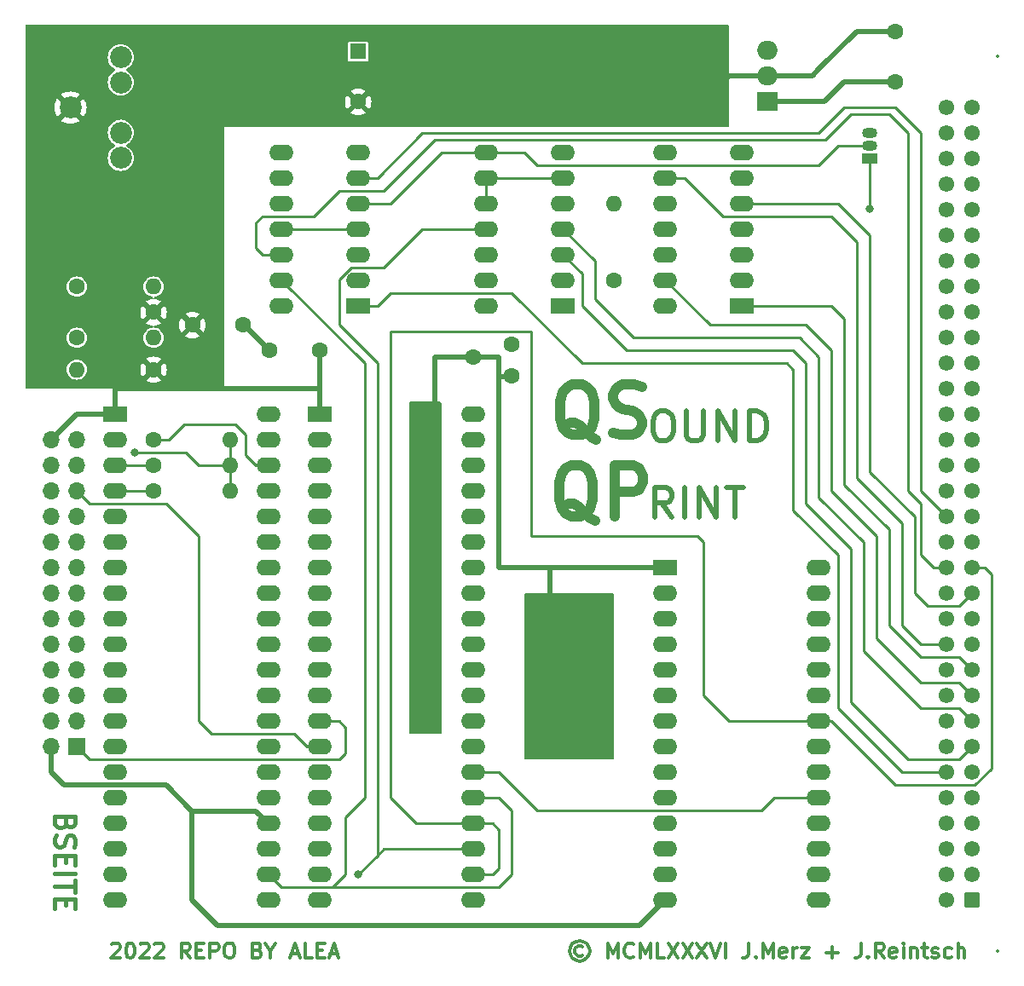
<source format=gbr>
%TF.GenerationSoftware,KiCad,Pcbnew,8.0.3+1*%
%TF.CreationDate,2024-07-17T07:58:33+02:00*%
%TF.ProjectId,QL_Qsound10x10,514c5f51-736f-4756-9e64-31307831302e,0.1b*%
%TF.SameCoordinates,Original*%
%TF.FileFunction,Copper,L1,Top*%
%TF.FilePolarity,Positive*%
%FSLAX46Y46*%
G04 Gerber Fmt 4.6, Leading zero omitted, Abs format (unit mm)*
G04 Created by KiCad (PCBNEW 8.0.3+1) date 2024-07-17 07:58:33*
%MOMM*%
%LPD*%
G01*
G04 APERTURE LIST*
G04 Aperture macros list*
%AMRoundRect*
0 Rectangle with rounded corners*
0 $1 Rounding radius*
0 $2 $3 $4 $5 $6 $7 $8 $9 X,Y pos of 4 corners*
0 Add a 4 corners polygon primitive as box body*
4,1,4,$2,$3,$4,$5,$6,$7,$8,$9,$2,$3,0*
0 Add four circle primitives for the rounded corners*
1,1,$1+$1,$2,$3*
1,1,$1+$1,$4,$5*
1,1,$1+$1,$6,$7*
1,1,$1+$1,$8,$9*
0 Add four rect primitives between the rounded corners*
20,1,$1+$1,$2,$3,$4,$5,0*
20,1,$1+$1,$4,$5,$6,$7,0*
20,1,$1+$1,$6,$7,$8,$9,0*
20,1,$1+$1,$8,$9,$2,$3,0*%
G04 Aperture macros list end*
%ADD10C,0.300000*%
%TA.AperFunction,NonConductor*%
%ADD11C,0.300000*%
%TD*%
%ADD12C,0.500000*%
%TA.AperFunction,NonConductor*%
%ADD13C,0.500000*%
%TD*%
%ADD14C,1.000000*%
%TA.AperFunction,NonConductor*%
%ADD15C,1.000000*%
%TD*%
%ADD16C,0.400000*%
%TA.AperFunction,NonConductor*%
%ADD17C,0.400000*%
%TD*%
%TA.AperFunction,ComponentPad*%
%ADD18R,2.400000X1.600000*%
%TD*%
%TA.AperFunction,ComponentPad*%
%ADD19O,2.400000X1.600000*%
%TD*%
%TA.AperFunction,ComponentPad*%
%ADD20C,1.600000*%
%TD*%
%TA.AperFunction,ComponentPad*%
%ADD21O,1.600000X1.600000*%
%TD*%
%TA.AperFunction,ComponentPad*%
%ADD22R,1.500000X1.050000*%
%TD*%
%TA.AperFunction,ComponentPad*%
%ADD23O,1.500000X1.050000*%
%TD*%
%TA.AperFunction,ComponentPad*%
%ADD24R,1.700000X1.700000*%
%TD*%
%TA.AperFunction,ComponentPad*%
%ADD25O,1.700000X1.700000*%
%TD*%
%TA.AperFunction,ComponentPad*%
%ADD26C,2.184400*%
%TD*%
%TA.AperFunction,ComponentPad*%
%ADD27R,2.000000X1.905000*%
%TD*%
%TA.AperFunction,ComponentPad*%
%ADD28O,2.000000X1.905000*%
%TD*%
%TA.AperFunction,ComponentPad*%
%ADD29RoundRect,0.249999X0.525001X-0.525001X0.525001X0.525001X-0.525001X0.525001X-0.525001X-0.525001X0*%
%TD*%
%TA.AperFunction,ComponentPad*%
%ADD30C,1.550000*%
%TD*%
%TA.AperFunction,ComponentPad*%
%ADD31R,1.600000X1.600000*%
%TD*%
%TA.AperFunction,ViaPad*%
%ADD32C,0.800000*%
%TD*%
%TA.AperFunction,ViaPad*%
%ADD33C,1.600000*%
%TD*%
%TA.AperFunction,Conductor*%
%ADD34C,0.500000*%
%TD*%
%TA.AperFunction,Conductor*%
%ADD35C,0.250000*%
%TD*%
%ADD36C,0.350000*%
G04 APERTURE END LIST*
D10*
D11*
X151822857Y-136695471D02*
X151680000Y-136624042D01*
X151680000Y-136624042D02*
X151394286Y-136624042D01*
X151394286Y-136624042D02*
X151251429Y-136695471D01*
X151251429Y-136695471D02*
X151108571Y-136838328D01*
X151108571Y-136838328D02*
X151037143Y-136981185D01*
X151037143Y-136981185D02*
X151037143Y-137266900D01*
X151037143Y-137266900D02*
X151108571Y-137409757D01*
X151108571Y-137409757D02*
X151251429Y-137552614D01*
X151251429Y-137552614D02*
X151394286Y-137624042D01*
X151394286Y-137624042D02*
X151680000Y-137624042D01*
X151680000Y-137624042D02*
X151822857Y-137552614D01*
X151537143Y-136124042D02*
X151180000Y-136195471D01*
X151180000Y-136195471D02*
X150822857Y-136409757D01*
X150822857Y-136409757D02*
X150608571Y-136766900D01*
X150608571Y-136766900D02*
X150537143Y-137124042D01*
X150537143Y-137124042D02*
X150608571Y-137481185D01*
X150608571Y-137481185D02*
X150822857Y-137838328D01*
X150822857Y-137838328D02*
X151180000Y-138052614D01*
X151180000Y-138052614D02*
X151537143Y-138124042D01*
X151537143Y-138124042D02*
X151894286Y-138052614D01*
X151894286Y-138052614D02*
X152251429Y-137838328D01*
X152251429Y-137838328D02*
X152465714Y-137481185D01*
X152465714Y-137481185D02*
X152537143Y-137124042D01*
X152537143Y-137124042D02*
X152465714Y-136766900D01*
X152465714Y-136766900D02*
X152251429Y-136409757D01*
X152251429Y-136409757D02*
X151894286Y-136195471D01*
X151894286Y-136195471D02*
X151537143Y-136124042D01*
X154322857Y-137838328D02*
X154322857Y-136338328D01*
X154322857Y-136338328D02*
X154822857Y-137409757D01*
X154822857Y-137409757D02*
X155322857Y-136338328D01*
X155322857Y-136338328D02*
X155322857Y-137838328D01*
X156894286Y-137695471D02*
X156822858Y-137766900D01*
X156822858Y-137766900D02*
X156608572Y-137838328D01*
X156608572Y-137838328D02*
X156465715Y-137838328D01*
X156465715Y-137838328D02*
X156251429Y-137766900D01*
X156251429Y-137766900D02*
X156108572Y-137624042D01*
X156108572Y-137624042D02*
X156037143Y-137481185D01*
X156037143Y-137481185D02*
X155965715Y-137195471D01*
X155965715Y-137195471D02*
X155965715Y-136981185D01*
X155965715Y-136981185D02*
X156037143Y-136695471D01*
X156037143Y-136695471D02*
X156108572Y-136552614D01*
X156108572Y-136552614D02*
X156251429Y-136409757D01*
X156251429Y-136409757D02*
X156465715Y-136338328D01*
X156465715Y-136338328D02*
X156608572Y-136338328D01*
X156608572Y-136338328D02*
X156822858Y-136409757D01*
X156822858Y-136409757D02*
X156894286Y-136481185D01*
X157537143Y-137838328D02*
X157537143Y-136338328D01*
X157537143Y-136338328D02*
X158037143Y-137409757D01*
X158037143Y-137409757D02*
X158537143Y-136338328D01*
X158537143Y-136338328D02*
X158537143Y-137838328D01*
X159965715Y-137838328D02*
X159251429Y-137838328D01*
X159251429Y-137838328D02*
X159251429Y-136338328D01*
X160322858Y-136338328D02*
X161322858Y-137838328D01*
X161322858Y-136338328D02*
X160322858Y-137838328D01*
X161751429Y-136338328D02*
X162751429Y-137838328D01*
X162751429Y-136338328D02*
X161751429Y-137838328D01*
X163180000Y-136338328D02*
X164180000Y-137838328D01*
X164180000Y-136338328D02*
X163180000Y-137838328D01*
X164537143Y-136338328D02*
X165037143Y-137838328D01*
X165037143Y-137838328D02*
X165537143Y-136338328D01*
X166037142Y-137838328D02*
X166037142Y-136338328D01*
X168322857Y-136338328D02*
X168322857Y-137409757D01*
X168322857Y-137409757D02*
X168251428Y-137624042D01*
X168251428Y-137624042D02*
X168108571Y-137766900D01*
X168108571Y-137766900D02*
X167894285Y-137838328D01*
X167894285Y-137838328D02*
X167751428Y-137838328D01*
X169037142Y-137695471D02*
X169108571Y-137766900D01*
X169108571Y-137766900D02*
X169037142Y-137838328D01*
X169037142Y-137838328D02*
X168965714Y-137766900D01*
X168965714Y-137766900D02*
X169037142Y-137695471D01*
X169037142Y-137695471D02*
X169037142Y-137838328D01*
X169751428Y-137838328D02*
X169751428Y-136338328D01*
X169751428Y-136338328D02*
X170251428Y-137409757D01*
X170251428Y-137409757D02*
X170751428Y-136338328D01*
X170751428Y-136338328D02*
X170751428Y-137838328D01*
X172037143Y-137766900D02*
X171894286Y-137838328D01*
X171894286Y-137838328D02*
X171608572Y-137838328D01*
X171608572Y-137838328D02*
X171465714Y-137766900D01*
X171465714Y-137766900D02*
X171394286Y-137624042D01*
X171394286Y-137624042D02*
X171394286Y-137052614D01*
X171394286Y-137052614D02*
X171465714Y-136909757D01*
X171465714Y-136909757D02*
X171608572Y-136838328D01*
X171608572Y-136838328D02*
X171894286Y-136838328D01*
X171894286Y-136838328D02*
X172037143Y-136909757D01*
X172037143Y-136909757D02*
X172108572Y-137052614D01*
X172108572Y-137052614D02*
X172108572Y-137195471D01*
X172108572Y-137195471D02*
X171394286Y-137338328D01*
X172751428Y-137838328D02*
X172751428Y-136838328D01*
X172751428Y-137124042D02*
X172822857Y-136981185D01*
X172822857Y-136981185D02*
X172894286Y-136909757D01*
X172894286Y-136909757D02*
X173037143Y-136838328D01*
X173037143Y-136838328D02*
X173180000Y-136838328D01*
X173537142Y-136838328D02*
X174322857Y-136838328D01*
X174322857Y-136838328D02*
X173537142Y-137838328D01*
X173537142Y-137838328D02*
X174322857Y-137838328D01*
X176037142Y-137266900D02*
X177180000Y-137266900D01*
X176608571Y-137838328D02*
X176608571Y-136695471D01*
X179465714Y-136338328D02*
X179465714Y-137409757D01*
X179465714Y-137409757D02*
X179394285Y-137624042D01*
X179394285Y-137624042D02*
X179251428Y-137766900D01*
X179251428Y-137766900D02*
X179037142Y-137838328D01*
X179037142Y-137838328D02*
X178894285Y-137838328D01*
X180179999Y-137695471D02*
X180251428Y-137766900D01*
X180251428Y-137766900D02*
X180179999Y-137838328D01*
X180179999Y-137838328D02*
X180108571Y-137766900D01*
X180108571Y-137766900D02*
X180179999Y-137695471D01*
X180179999Y-137695471D02*
X180179999Y-137838328D01*
X181751428Y-137838328D02*
X181251428Y-137124042D01*
X180894285Y-137838328D02*
X180894285Y-136338328D01*
X180894285Y-136338328D02*
X181465714Y-136338328D01*
X181465714Y-136338328D02*
X181608571Y-136409757D01*
X181608571Y-136409757D02*
X181680000Y-136481185D01*
X181680000Y-136481185D02*
X181751428Y-136624042D01*
X181751428Y-136624042D02*
X181751428Y-136838328D01*
X181751428Y-136838328D02*
X181680000Y-136981185D01*
X181680000Y-136981185D02*
X181608571Y-137052614D01*
X181608571Y-137052614D02*
X181465714Y-137124042D01*
X181465714Y-137124042D02*
X180894285Y-137124042D01*
X182965714Y-137766900D02*
X182822857Y-137838328D01*
X182822857Y-137838328D02*
X182537143Y-137838328D01*
X182537143Y-137838328D02*
X182394285Y-137766900D01*
X182394285Y-137766900D02*
X182322857Y-137624042D01*
X182322857Y-137624042D02*
X182322857Y-137052614D01*
X182322857Y-137052614D02*
X182394285Y-136909757D01*
X182394285Y-136909757D02*
X182537143Y-136838328D01*
X182537143Y-136838328D02*
X182822857Y-136838328D01*
X182822857Y-136838328D02*
X182965714Y-136909757D01*
X182965714Y-136909757D02*
X183037143Y-137052614D01*
X183037143Y-137052614D02*
X183037143Y-137195471D01*
X183037143Y-137195471D02*
X182322857Y-137338328D01*
X183679999Y-137838328D02*
X183679999Y-136838328D01*
X183679999Y-136338328D02*
X183608571Y-136409757D01*
X183608571Y-136409757D02*
X183679999Y-136481185D01*
X183679999Y-136481185D02*
X183751428Y-136409757D01*
X183751428Y-136409757D02*
X183679999Y-136338328D01*
X183679999Y-136338328D02*
X183679999Y-136481185D01*
X184394285Y-136838328D02*
X184394285Y-137838328D01*
X184394285Y-136981185D02*
X184465714Y-136909757D01*
X184465714Y-136909757D02*
X184608571Y-136838328D01*
X184608571Y-136838328D02*
X184822857Y-136838328D01*
X184822857Y-136838328D02*
X184965714Y-136909757D01*
X184965714Y-136909757D02*
X185037143Y-137052614D01*
X185037143Y-137052614D02*
X185037143Y-137838328D01*
X185537143Y-136838328D02*
X186108571Y-136838328D01*
X185751428Y-136338328D02*
X185751428Y-137624042D01*
X185751428Y-137624042D02*
X185822857Y-137766900D01*
X185822857Y-137766900D02*
X185965714Y-137838328D01*
X185965714Y-137838328D02*
X186108571Y-137838328D01*
X186537143Y-137766900D02*
X186680000Y-137838328D01*
X186680000Y-137838328D02*
X186965714Y-137838328D01*
X186965714Y-137838328D02*
X187108571Y-137766900D01*
X187108571Y-137766900D02*
X187180000Y-137624042D01*
X187180000Y-137624042D02*
X187180000Y-137552614D01*
X187180000Y-137552614D02*
X187108571Y-137409757D01*
X187108571Y-137409757D02*
X186965714Y-137338328D01*
X186965714Y-137338328D02*
X186751429Y-137338328D01*
X186751429Y-137338328D02*
X186608571Y-137266900D01*
X186608571Y-137266900D02*
X186537143Y-137124042D01*
X186537143Y-137124042D02*
X186537143Y-137052614D01*
X186537143Y-137052614D02*
X186608571Y-136909757D01*
X186608571Y-136909757D02*
X186751429Y-136838328D01*
X186751429Y-136838328D02*
X186965714Y-136838328D01*
X186965714Y-136838328D02*
X187108571Y-136909757D01*
X188465715Y-137766900D02*
X188322857Y-137838328D01*
X188322857Y-137838328D02*
X188037143Y-137838328D01*
X188037143Y-137838328D02*
X187894286Y-137766900D01*
X187894286Y-137766900D02*
X187822857Y-137695471D01*
X187822857Y-137695471D02*
X187751429Y-137552614D01*
X187751429Y-137552614D02*
X187751429Y-137124042D01*
X187751429Y-137124042D02*
X187822857Y-136981185D01*
X187822857Y-136981185D02*
X187894286Y-136909757D01*
X187894286Y-136909757D02*
X188037143Y-136838328D01*
X188037143Y-136838328D02*
X188322857Y-136838328D01*
X188322857Y-136838328D02*
X188465715Y-136909757D01*
X189108571Y-137838328D02*
X189108571Y-136338328D01*
X189751429Y-137838328D02*
X189751429Y-137052614D01*
X189751429Y-137052614D02*
X189680000Y-136909757D01*
X189680000Y-136909757D02*
X189537143Y-136838328D01*
X189537143Y-136838328D02*
X189322857Y-136838328D01*
X189322857Y-136838328D02*
X189180000Y-136909757D01*
X189180000Y-136909757D02*
X189108571Y-136981185D01*
D10*
D11*
X105054287Y-136481185D02*
X105125715Y-136409757D01*
X105125715Y-136409757D02*
X105268573Y-136338328D01*
X105268573Y-136338328D02*
X105625715Y-136338328D01*
X105625715Y-136338328D02*
X105768573Y-136409757D01*
X105768573Y-136409757D02*
X105840001Y-136481185D01*
X105840001Y-136481185D02*
X105911430Y-136624042D01*
X105911430Y-136624042D02*
X105911430Y-136766900D01*
X105911430Y-136766900D02*
X105840001Y-136981185D01*
X105840001Y-136981185D02*
X104982858Y-137838328D01*
X104982858Y-137838328D02*
X105911430Y-137838328D01*
X106840001Y-136338328D02*
X106982858Y-136338328D01*
X106982858Y-136338328D02*
X107125715Y-136409757D01*
X107125715Y-136409757D02*
X107197144Y-136481185D01*
X107197144Y-136481185D02*
X107268572Y-136624042D01*
X107268572Y-136624042D02*
X107340001Y-136909757D01*
X107340001Y-136909757D02*
X107340001Y-137266900D01*
X107340001Y-137266900D02*
X107268572Y-137552614D01*
X107268572Y-137552614D02*
X107197144Y-137695471D01*
X107197144Y-137695471D02*
X107125715Y-137766900D01*
X107125715Y-137766900D02*
X106982858Y-137838328D01*
X106982858Y-137838328D02*
X106840001Y-137838328D01*
X106840001Y-137838328D02*
X106697144Y-137766900D01*
X106697144Y-137766900D02*
X106625715Y-137695471D01*
X106625715Y-137695471D02*
X106554286Y-137552614D01*
X106554286Y-137552614D02*
X106482858Y-137266900D01*
X106482858Y-137266900D02*
X106482858Y-136909757D01*
X106482858Y-136909757D02*
X106554286Y-136624042D01*
X106554286Y-136624042D02*
X106625715Y-136481185D01*
X106625715Y-136481185D02*
X106697144Y-136409757D01*
X106697144Y-136409757D02*
X106840001Y-136338328D01*
X107911429Y-136481185D02*
X107982857Y-136409757D01*
X107982857Y-136409757D02*
X108125715Y-136338328D01*
X108125715Y-136338328D02*
X108482857Y-136338328D01*
X108482857Y-136338328D02*
X108625715Y-136409757D01*
X108625715Y-136409757D02*
X108697143Y-136481185D01*
X108697143Y-136481185D02*
X108768572Y-136624042D01*
X108768572Y-136624042D02*
X108768572Y-136766900D01*
X108768572Y-136766900D02*
X108697143Y-136981185D01*
X108697143Y-136981185D02*
X107840000Y-137838328D01*
X107840000Y-137838328D02*
X108768572Y-137838328D01*
X109340000Y-136481185D02*
X109411428Y-136409757D01*
X109411428Y-136409757D02*
X109554286Y-136338328D01*
X109554286Y-136338328D02*
X109911428Y-136338328D01*
X109911428Y-136338328D02*
X110054286Y-136409757D01*
X110054286Y-136409757D02*
X110125714Y-136481185D01*
X110125714Y-136481185D02*
X110197143Y-136624042D01*
X110197143Y-136624042D02*
X110197143Y-136766900D01*
X110197143Y-136766900D02*
X110125714Y-136981185D01*
X110125714Y-136981185D02*
X109268571Y-137838328D01*
X109268571Y-137838328D02*
X110197143Y-137838328D01*
X112839999Y-137838328D02*
X112339999Y-137124042D01*
X111982856Y-137838328D02*
X111982856Y-136338328D01*
X111982856Y-136338328D02*
X112554285Y-136338328D01*
X112554285Y-136338328D02*
X112697142Y-136409757D01*
X112697142Y-136409757D02*
X112768571Y-136481185D01*
X112768571Y-136481185D02*
X112839999Y-136624042D01*
X112839999Y-136624042D02*
X112839999Y-136838328D01*
X112839999Y-136838328D02*
X112768571Y-136981185D01*
X112768571Y-136981185D02*
X112697142Y-137052614D01*
X112697142Y-137052614D02*
X112554285Y-137124042D01*
X112554285Y-137124042D02*
X111982856Y-137124042D01*
X113482856Y-137052614D02*
X113982856Y-137052614D01*
X114197142Y-137838328D02*
X113482856Y-137838328D01*
X113482856Y-137838328D02*
X113482856Y-136338328D01*
X113482856Y-136338328D02*
X114197142Y-136338328D01*
X114839999Y-137838328D02*
X114839999Y-136338328D01*
X114839999Y-136338328D02*
X115411428Y-136338328D01*
X115411428Y-136338328D02*
X115554285Y-136409757D01*
X115554285Y-136409757D02*
X115625714Y-136481185D01*
X115625714Y-136481185D02*
X115697142Y-136624042D01*
X115697142Y-136624042D02*
X115697142Y-136838328D01*
X115697142Y-136838328D02*
X115625714Y-136981185D01*
X115625714Y-136981185D02*
X115554285Y-137052614D01*
X115554285Y-137052614D02*
X115411428Y-137124042D01*
X115411428Y-137124042D02*
X114839999Y-137124042D01*
X116625714Y-136338328D02*
X116911428Y-136338328D01*
X116911428Y-136338328D02*
X117054285Y-136409757D01*
X117054285Y-136409757D02*
X117197142Y-136552614D01*
X117197142Y-136552614D02*
X117268571Y-136838328D01*
X117268571Y-136838328D02*
X117268571Y-137338328D01*
X117268571Y-137338328D02*
X117197142Y-137624042D01*
X117197142Y-137624042D02*
X117054285Y-137766900D01*
X117054285Y-137766900D02*
X116911428Y-137838328D01*
X116911428Y-137838328D02*
X116625714Y-137838328D01*
X116625714Y-137838328D02*
X116482857Y-137766900D01*
X116482857Y-137766900D02*
X116339999Y-137624042D01*
X116339999Y-137624042D02*
X116268571Y-137338328D01*
X116268571Y-137338328D02*
X116268571Y-136838328D01*
X116268571Y-136838328D02*
X116339999Y-136552614D01*
X116339999Y-136552614D02*
X116482857Y-136409757D01*
X116482857Y-136409757D02*
X116625714Y-136338328D01*
X119554285Y-137052614D02*
X119768571Y-137124042D01*
X119768571Y-137124042D02*
X119840000Y-137195471D01*
X119840000Y-137195471D02*
X119911428Y-137338328D01*
X119911428Y-137338328D02*
X119911428Y-137552614D01*
X119911428Y-137552614D02*
X119840000Y-137695471D01*
X119840000Y-137695471D02*
X119768571Y-137766900D01*
X119768571Y-137766900D02*
X119625714Y-137838328D01*
X119625714Y-137838328D02*
X119054285Y-137838328D01*
X119054285Y-137838328D02*
X119054285Y-136338328D01*
X119054285Y-136338328D02*
X119554285Y-136338328D01*
X119554285Y-136338328D02*
X119697143Y-136409757D01*
X119697143Y-136409757D02*
X119768571Y-136481185D01*
X119768571Y-136481185D02*
X119840000Y-136624042D01*
X119840000Y-136624042D02*
X119840000Y-136766900D01*
X119840000Y-136766900D02*
X119768571Y-136909757D01*
X119768571Y-136909757D02*
X119697143Y-136981185D01*
X119697143Y-136981185D02*
X119554285Y-137052614D01*
X119554285Y-137052614D02*
X119054285Y-137052614D01*
X120840000Y-137124042D02*
X120840000Y-137838328D01*
X120340000Y-136338328D02*
X120840000Y-137124042D01*
X120840000Y-137124042D02*
X121340000Y-136338328D01*
X122911428Y-137409757D02*
X123625714Y-137409757D01*
X122768571Y-137838328D02*
X123268571Y-136338328D01*
X123268571Y-136338328D02*
X123768571Y-137838328D01*
X124982856Y-137838328D02*
X124268570Y-137838328D01*
X124268570Y-137838328D02*
X124268570Y-136338328D01*
X125482856Y-137052614D02*
X125982856Y-137052614D01*
X126197142Y-137838328D02*
X125482856Y-137838328D01*
X125482856Y-137838328D02*
X125482856Y-136338328D01*
X125482856Y-136338328D02*
X126197142Y-136338328D01*
X126768571Y-137409757D02*
X127482857Y-137409757D01*
X126625714Y-137838328D02*
X127125714Y-136338328D01*
X127125714Y-136338328D02*
X127625714Y-137838328D01*
D12*
D13*
X160695000Y-94071857D02*
X159695000Y-92643285D01*
X158980714Y-94071857D02*
X158980714Y-91071857D01*
X158980714Y-91071857D02*
X160123571Y-91071857D01*
X160123571Y-91071857D02*
X160409286Y-91214714D01*
X160409286Y-91214714D02*
X160552143Y-91357571D01*
X160552143Y-91357571D02*
X160695000Y-91643285D01*
X160695000Y-91643285D02*
X160695000Y-92071857D01*
X160695000Y-92071857D02*
X160552143Y-92357571D01*
X160552143Y-92357571D02*
X160409286Y-92500428D01*
X160409286Y-92500428D02*
X160123571Y-92643285D01*
X160123571Y-92643285D02*
X158980714Y-92643285D01*
X161980714Y-94071857D02*
X161980714Y-91071857D01*
X163409285Y-94071857D02*
X163409285Y-91071857D01*
X163409285Y-91071857D02*
X165123571Y-94071857D01*
X165123571Y-94071857D02*
X165123571Y-91071857D01*
X166123571Y-91071857D02*
X167837857Y-91071857D01*
X166980714Y-94071857D02*
X166980714Y-91071857D01*
D12*
D13*
X159536429Y-83451857D02*
X160107857Y-83451857D01*
X160107857Y-83451857D02*
X160393572Y-83594714D01*
X160393572Y-83594714D02*
X160679286Y-83880428D01*
X160679286Y-83880428D02*
X160822143Y-84451857D01*
X160822143Y-84451857D02*
X160822143Y-85451857D01*
X160822143Y-85451857D02*
X160679286Y-86023285D01*
X160679286Y-86023285D02*
X160393572Y-86309000D01*
X160393572Y-86309000D02*
X160107857Y-86451857D01*
X160107857Y-86451857D02*
X159536429Y-86451857D01*
X159536429Y-86451857D02*
X159250715Y-86309000D01*
X159250715Y-86309000D02*
X158965000Y-86023285D01*
X158965000Y-86023285D02*
X158822143Y-85451857D01*
X158822143Y-85451857D02*
X158822143Y-84451857D01*
X158822143Y-84451857D02*
X158965000Y-83880428D01*
X158965000Y-83880428D02*
X159250715Y-83594714D01*
X159250715Y-83594714D02*
X159536429Y-83451857D01*
X162107857Y-83451857D02*
X162107857Y-85880428D01*
X162107857Y-85880428D02*
X162250714Y-86166142D01*
X162250714Y-86166142D02*
X162393572Y-86309000D01*
X162393572Y-86309000D02*
X162679286Y-86451857D01*
X162679286Y-86451857D02*
X163250714Y-86451857D01*
X163250714Y-86451857D02*
X163536429Y-86309000D01*
X163536429Y-86309000D02*
X163679286Y-86166142D01*
X163679286Y-86166142D02*
X163822143Y-85880428D01*
X163822143Y-85880428D02*
X163822143Y-83451857D01*
X165250714Y-86451857D02*
X165250714Y-83451857D01*
X165250714Y-83451857D02*
X166965000Y-86451857D01*
X166965000Y-86451857D02*
X166965000Y-83451857D01*
X168393571Y-86451857D02*
X168393571Y-83451857D01*
X168393571Y-83451857D02*
X169107857Y-83451857D01*
X169107857Y-83451857D02*
X169536428Y-83594714D01*
X169536428Y-83594714D02*
X169822143Y-83880428D01*
X169822143Y-83880428D02*
X169965000Y-84166142D01*
X169965000Y-84166142D02*
X170107857Y-84737571D01*
X170107857Y-84737571D02*
X170107857Y-85166142D01*
X170107857Y-85166142D02*
X169965000Y-85737571D01*
X169965000Y-85737571D02*
X169822143Y-86023285D01*
X169822143Y-86023285D02*
X169536428Y-86309000D01*
X169536428Y-86309000D02*
X169107857Y-86451857D01*
X169107857Y-86451857D02*
X168393571Y-86451857D01*
D14*
D15*
X153193809Y-86342425D02*
X152717619Y-86104330D01*
X152717619Y-86104330D02*
X152241428Y-85628140D01*
X152241428Y-85628140D02*
X151527142Y-84913854D01*
X151527142Y-84913854D02*
X151050952Y-84675759D01*
X151050952Y-84675759D02*
X150574761Y-84675759D01*
X150812857Y-85866235D02*
X150336666Y-85628140D01*
X150336666Y-85628140D02*
X149860476Y-85151949D01*
X149860476Y-85151949D02*
X149622380Y-84199568D01*
X149622380Y-84199568D02*
X149622380Y-82532901D01*
X149622380Y-82532901D02*
X149860476Y-81580520D01*
X149860476Y-81580520D02*
X150336666Y-81104330D01*
X150336666Y-81104330D02*
X150812857Y-80866235D01*
X150812857Y-80866235D02*
X151765238Y-80866235D01*
X151765238Y-80866235D02*
X152241428Y-81104330D01*
X152241428Y-81104330D02*
X152717619Y-81580520D01*
X152717619Y-81580520D02*
X152955714Y-82532901D01*
X152955714Y-82532901D02*
X152955714Y-84199568D01*
X152955714Y-84199568D02*
X152717619Y-85151949D01*
X152717619Y-85151949D02*
X152241428Y-85628140D01*
X152241428Y-85628140D02*
X151765238Y-85866235D01*
X151765238Y-85866235D02*
X150812857Y-85866235D01*
X154860475Y-85628140D02*
X155574761Y-85866235D01*
X155574761Y-85866235D02*
X156765237Y-85866235D01*
X156765237Y-85866235D02*
X157241428Y-85628140D01*
X157241428Y-85628140D02*
X157479523Y-85390044D01*
X157479523Y-85390044D02*
X157717618Y-84913854D01*
X157717618Y-84913854D02*
X157717618Y-84437663D01*
X157717618Y-84437663D02*
X157479523Y-83961473D01*
X157479523Y-83961473D02*
X157241428Y-83723378D01*
X157241428Y-83723378D02*
X156765237Y-83485282D01*
X156765237Y-83485282D02*
X155812856Y-83247187D01*
X155812856Y-83247187D02*
X155336666Y-83009092D01*
X155336666Y-83009092D02*
X155098571Y-82770997D01*
X155098571Y-82770997D02*
X154860475Y-82294806D01*
X154860475Y-82294806D02*
X154860475Y-81818616D01*
X154860475Y-81818616D02*
X155098571Y-81342425D01*
X155098571Y-81342425D02*
X155336666Y-81104330D01*
X155336666Y-81104330D02*
X155812856Y-80866235D01*
X155812856Y-80866235D02*
X157003333Y-80866235D01*
X157003333Y-80866235D02*
X157717618Y-81104330D01*
X153074762Y-94392145D02*
X152598572Y-94154050D01*
X152598572Y-94154050D02*
X152122381Y-93677860D01*
X152122381Y-93677860D02*
X151408095Y-92963574D01*
X151408095Y-92963574D02*
X150931905Y-92725479D01*
X150931905Y-92725479D02*
X150455714Y-92725479D01*
X150693810Y-93915955D02*
X150217619Y-93677860D01*
X150217619Y-93677860D02*
X149741429Y-93201669D01*
X149741429Y-93201669D02*
X149503333Y-92249288D01*
X149503333Y-92249288D02*
X149503333Y-90582621D01*
X149503333Y-90582621D02*
X149741429Y-89630240D01*
X149741429Y-89630240D02*
X150217619Y-89154050D01*
X150217619Y-89154050D02*
X150693810Y-88915955D01*
X150693810Y-88915955D02*
X151646191Y-88915955D01*
X151646191Y-88915955D02*
X152122381Y-89154050D01*
X152122381Y-89154050D02*
X152598572Y-89630240D01*
X152598572Y-89630240D02*
X152836667Y-90582621D01*
X152836667Y-90582621D02*
X152836667Y-92249288D01*
X152836667Y-92249288D02*
X152598572Y-93201669D01*
X152598572Y-93201669D02*
X152122381Y-93677860D01*
X152122381Y-93677860D02*
X151646191Y-93915955D01*
X151646191Y-93915955D02*
X150693810Y-93915955D01*
X154979524Y-93915955D02*
X154979524Y-88915955D01*
X154979524Y-88915955D02*
X156884286Y-88915955D01*
X156884286Y-88915955D02*
X157360476Y-89154050D01*
X157360476Y-89154050D02*
X157598571Y-89392145D01*
X157598571Y-89392145D02*
X157836667Y-89868336D01*
X157836667Y-89868336D02*
X157836667Y-90582621D01*
X157836667Y-90582621D02*
X157598571Y-91058812D01*
X157598571Y-91058812D02*
X157360476Y-91296907D01*
X157360476Y-91296907D02*
X156884286Y-91535002D01*
X156884286Y-91535002D02*
X154979524Y-91535002D01*
D16*
D17*
X100473180Y-124412857D02*
X100377942Y-124698571D01*
X100377942Y-124698571D02*
X100282704Y-124793809D01*
X100282704Y-124793809D02*
X100092228Y-124889047D01*
X100092228Y-124889047D02*
X99806514Y-124889047D01*
X99806514Y-124889047D02*
X99616038Y-124793809D01*
X99616038Y-124793809D02*
X99520800Y-124698571D01*
X99520800Y-124698571D02*
X99425561Y-124508095D01*
X99425561Y-124508095D02*
X99425561Y-123746190D01*
X99425561Y-123746190D02*
X101425561Y-123746190D01*
X101425561Y-123746190D02*
X101425561Y-124412857D01*
X101425561Y-124412857D02*
X101330323Y-124603333D01*
X101330323Y-124603333D02*
X101235085Y-124698571D01*
X101235085Y-124698571D02*
X101044609Y-124793809D01*
X101044609Y-124793809D02*
X100854133Y-124793809D01*
X100854133Y-124793809D02*
X100663657Y-124698571D01*
X100663657Y-124698571D02*
X100568419Y-124603333D01*
X100568419Y-124603333D02*
X100473180Y-124412857D01*
X100473180Y-124412857D02*
X100473180Y-123746190D01*
X99520800Y-125650952D02*
X99425561Y-125936666D01*
X99425561Y-125936666D02*
X99425561Y-126412857D01*
X99425561Y-126412857D02*
X99520800Y-126603333D01*
X99520800Y-126603333D02*
X99616038Y-126698571D01*
X99616038Y-126698571D02*
X99806514Y-126793809D01*
X99806514Y-126793809D02*
X99996990Y-126793809D01*
X99996990Y-126793809D02*
X100187466Y-126698571D01*
X100187466Y-126698571D02*
X100282704Y-126603333D01*
X100282704Y-126603333D02*
X100377942Y-126412857D01*
X100377942Y-126412857D02*
X100473180Y-126031904D01*
X100473180Y-126031904D02*
X100568419Y-125841428D01*
X100568419Y-125841428D02*
X100663657Y-125746190D01*
X100663657Y-125746190D02*
X100854133Y-125650952D01*
X100854133Y-125650952D02*
X101044609Y-125650952D01*
X101044609Y-125650952D02*
X101235085Y-125746190D01*
X101235085Y-125746190D02*
X101330323Y-125841428D01*
X101330323Y-125841428D02*
X101425561Y-126031904D01*
X101425561Y-126031904D02*
X101425561Y-126508095D01*
X101425561Y-126508095D02*
X101330323Y-126793809D01*
X100473180Y-127650952D02*
X100473180Y-128317619D01*
X99425561Y-128603333D02*
X99425561Y-127650952D01*
X99425561Y-127650952D02*
X101425561Y-127650952D01*
X101425561Y-127650952D02*
X101425561Y-128603333D01*
X99425561Y-129460476D02*
X101425561Y-129460476D01*
X101425561Y-130127143D02*
X101425561Y-131270000D01*
X99425561Y-130698571D02*
X101425561Y-130698571D01*
X100473180Y-131936667D02*
X100473180Y-132603334D01*
X99425561Y-132889048D02*
X99425561Y-131936667D01*
X99425561Y-131936667D02*
X101425561Y-131936667D01*
X101425561Y-131936667D02*
X101425561Y-132889048D01*
D18*
%TO.P,U7,1,VSS*%
%TO.N,GND*%
X125730000Y-83820000D03*
D19*
%TO.P,U7,2,PA0*%
%TO.N,Net-(U6-D0)*%
X125730000Y-86360000D03*
%TO.P,U7,3,PA1*%
%TO.N,Net-(U6-D1)*%
X125730000Y-88900000D03*
%TO.P,U7,4,PA2*%
%TO.N,Net-(U6-D2)*%
X125730000Y-91440000D03*
%TO.P,U7,5,PA3*%
%TO.N,Net-(U6-D3)*%
X125730000Y-93980000D03*
%TO.P,U7,6,PA4*%
%TO.N,Net-(U6-D4)*%
X125730000Y-96520000D03*
%TO.P,U7,7,PA5*%
%TO.N,Net-(U6-D5)*%
X125730000Y-99060000D03*
%TO.P,U7,8,PA6*%
%TO.N,Net-(U6-D6)*%
X125730000Y-101600000D03*
%TO.P,U7,9,PA7*%
%TO.N,Net-(U6-D7)*%
X125730000Y-104140000D03*
%TO.P,U7,10,PB0*%
%TO.N,Net-(U6-BC1)*%
X125730000Y-106680000D03*
%TO.P,U7,11,PB1*%
%TO.N,unconnected-(U7-PB1-Pad11)*%
X125730000Y-109220000D03*
%TO.P,U7,12,PB2*%
%TO.N,Net-(U6-BDIR)*%
X125730000Y-111760000D03*
%TO.P,U7,13,PB3*%
%TO.N,/P_Strobe*%
X125730000Y-114300000D03*
%TO.P,U7,14,PB4*%
%TO.N,/P_Busy*%
X125730000Y-116840000D03*
%TO.P,U7,15,PB5*%
%TO.N,unconnected-(U7-PB5-Pad15)*%
X125730000Y-119380000D03*
%TO.P,U7,16,PB6*%
%TO.N,unconnected-(U7-PB6-Pad16)*%
X125730000Y-121920000D03*
%TO.P,U7,17,PB7*%
%TO.N,unconnected-(U7-PB7-Pad17)*%
X125730000Y-124460000D03*
%TO.P,U7,18,CB1*%
%TO.N,unconnected-(U7-CB1-Pad18)*%
X125730000Y-127000000D03*
%TO.P,U7,19,CB2*%
%TO.N,unconnected-(U7-CB2-Pad19)*%
X125730000Y-129540000D03*
%TO.P,U7,20,VCC*%
%TO.N,VCC*%
X125730000Y-132080000D03*
%TO.P,U7,21,R/~{W}*%
%TO.N,/RW*%
X140970000Y-132080000D03*
%TO.P,U7,22,CS0*%
%TO.N,/A13*%
X140970000Y-129540000D03*
%TO.P,U7,23,~{CS2}*%
%TO.N,/CS2{slash}OE*%
X140970000Y-127000000D03*
%TO.P,U7,24,CS1*%
%TO.N,/A13*%
X140970000Y-124460000D03*
%TO.P,U7,25,ENABLE*%
%TO.N,/E*%
X140970000Y-121920000D03*
%TO.P,U7,26,D7*%
%TO.N,/D7*%
X140970000Y-119380000D03*
%TO.P,U7,27,D6*%
%TO.N,/D6*%
X140970000Y-116840000D03*
%TO.P,U7,28,D5*%
%TO.N,/D5*%
X140970000Y-114300000D03*
%TO.P,U7,29,D4*%
%TO.N,/D4*%
X140970000Y-111760000D03*
%TO.P,U7,30,D3*%
%TO.N,/D3*%
X140970000Y-109220000D03*
%TO.P,U7,31,D2*%
%TO.N,/D2*%
X140970000Y-106680000D03*
%TO.P,U7,32,D1*%
%TO.N,/D1*%
X140970000Y-104140000D03*
%TO.P,U7,33,D0*%
%TO.N,/D0*%
X140970000Y-101600000D03*
%TO.P,U7,34,~{RESET}*%
%TO.N,/RESET*%
X140970000Y-99060000D03*
%TO.P,U7,35,RS1*%
%TO.N,/A1*%
X140970000Y-96520000D03*
%TO.P,U7,36,RS0*%
%TO.N,/A0*%
X140970000Y-93980000D03*
%TO.P,U7,37,~{IRQB}*%
%TO.N,unconnected-(U7-~{IRQB}-Pad37)*%
X140970000Y-91440000D03*
%TO.P,U7,38,~{IRQA}*%
%TO.N,unconnected-(U7-~{IRQA}-Pad38)*%
X140970000Y-88900000D03*
%TO.P,U7,39,CA2*%
%TO.N,unconnected-(U7-CA2-Pad39)*%
X140970000Y-86360000D03*
%TO.P,U7,40,CA1*%
%TO.N,unconnected-(U7-CA1-Pad40)*%
X140970000Y-83820000D03*
%TD*%
D20*
%TO.P,C5,1*%
%TO.N,VCC*%
X120690000Y-77470000D03*
%TO.P,C5,2*%
%TO.N,GND*%
X125690000Y-77470000D03*
%TD*%
%TO.P,R5,1*%
%TO.N,GND*%
X109220000Y-79375000D03*
D21*
%TO.P,R5,2*%
%TO.N,Net-(R2-Pad1)*%
X101600000Y-79375000D03*
%TD*%
D22*
%TO.P,Q1,1,E*%
%TO.N,/DSMC*%
X180340000Y-58420000D03*
D23*
%TO.P,Q1,2,B*%
%TO.N,Net-(Q1-B)*%
X180340000Y-57150000D03*
%TO.P,Q1,3,C*%
%TO.N,VCC*%
X180340000Y-55880000D03*
%TD*%
D20*
%TO.P,R4,1*%
%TO.N,Net-(U6-ch_B)*%
X109220000Y-88900000D03*
D21*
%TO.P,R4,2*%
%TO.N,Net-(R2-Pad1)*%
X116840000Y-88900000D03*
%TD*%
D20*
%TO.P,R6,1*%
%TO.N,Net-(U6-ch_C)*%
X109220000Y-86360000D03*
D21*
%TO.P,R6,2*%
%TO.N,Net-(R2-Pad1)*%
X116840000Y-86360000D03*
%TD*%
D18*
%TO.P,U2,1*%
%TO.N,unconnected-(U2-Pad1)*%
X149860000Y-73025000D03*
D19*
%TO.P,U2,2*%
%TO.N,unconnected-(U2-Pad2)*%
X149860000Y-70485000D03*
%TO.P,U2,3*%
%TO.N,/A19*%
X149860000Y-67945000D03*
%TO.P,U2,4*%
%TO.N,/A18*%
X149860000Y-65405000D03*
%TO.P,U2,5*%
%TO.N,Net-(R1-Pad2)*%
X149860000Y-62865000D03*
%TO.P,U2,6*%
%TO.N,/CS2{slash}OE*%
X149860000Y-60325000D03*
%TO.P,U2,7,GND*%
%TO.N,GND*%
X149860000Y-57785000D03*
%TO.P,U2,8*%
%TO.N,Net-(Q1-B)*%
X142240000Y-57785000D03*
%TO.P,U2,9*%
%TO.N,/CS2{slash}OE*%
X142240000Y-60325000D03*
%TO.P,U2,10*%
X142240000Y-62865000D03*
%TO.P,U2,11*%
X142240000Y-65405000D03*
%TO.P,U2,12*%
%TO.N,unconnected-(U2-Pad12)*%
X142240000Y-67945000D03*
%TO.P,U2,13*%
%TO.N,unconnected-(U2-Pad13)*%
X142240000Y-70485000D03*
%TO.P,U2,14,VCC*%
%TO.N,VCC*%
X142240000Y-73025000D03*
%TD*%
D24*
%TO.P,J2,1,Pin_1*%
%TO.N,/P_Strobe*%
X101605000Y-116840000D03*
D25*
%TO.P,J2,2,Pin_2*%
%TO.N,GND*%
X99065000Y-116840000D03*
%TO.P,J2,3,Pin_3*%
%TO.N,Net-(J2-Pin_3)*%
X101605000Y-114300000D03*
%TO.P,J2,4,Pin_4*%
%TO.N,GND*%
X99065000Y-114300000D03*
%TO.P,J2,5,Pin_5*%
%TO.N,Net-(J2-Pin_5)*%
X101605000Y-111760000D03*
%TO.P,J2,6,Pin_6*%
%TO.N,GND*%
X99065000Y-111760000D03*
%TO.P,J2,7,Pin_7*%
%TO.N,Net-(J2-Pin_7)*%
X101605000Y-109220000D03*
%TO.P,J2,8,Pin_8*%
%TO.N,GND*%
X99065000Y-109220000D03*
%TO.P,J2,9,Pin_9*%
%TO.N,Net-(J2-Pin_9)*%
X101605000Y-106680000D03*
%TO.P,J2,10,Pin_10*%
%TO.N,GND*%
X99065000Y-106680000D03*
%TO.P,J2,11,Pin_11*%
%TO.N,Net-(J2-Pin_11)*%
X101605000Y-104140000D03*
%TO.P,J2,12,Pin_12*%
%TO.N,GND*%
X99065000Y-104140000D03*
%TO.P,J2,13,Pin_13*%
%TO.N,Net-(J2-Pin_13)*%
X101605000Y-101600000D03*
%TO.P,J2,14,Pin_14*%
%TO.N,GND*%
X99065000Y-101600000D03*
%TO.P,J2,15,Pin_15*%
%TO.N,Net-(J2-Pin_15)*%
X101605000Y-99060000D03*
%TO.P,J2,16,Pin_16*%
%TO.N,GND*%
X99065000Y-99060000D03*
%TO.P,J2,17,Pin_17*%
%TO.N,Net-(J2-Pin_17)*%
X101605000Y-96520000D03*
%TO.P,J2,18,Pin_18*%
%TO.N,GND*%
X99065000Y-96520000D03*
%TO.P,J2,19,Pin_19*%
%TO.N,unconnected-(J2-Pin_19-Pad19)*%
X101605000Y-93980000D03*
%TO.P,J2,20,Pin_20*%
%TO.N,GND*%
X99065000Y-93980000D03*
%TO.P,J2,21,Pin_21*%
%TO.N,/P_Busy*%
X101605000Y-91440000D03*
%TO.P,J2,22,Pin_22*%
%TO.N,GND*%
X99065000Y-91440000D03*
%TO.P,J2,23,Pin_23*%
%TO.N,unconnected-(J2-Pin_23-Pad23)*%
X101605000Y-88900000D03*
%TO.P,J2,24,Pin_24*%
%TO.N,GND*%
X99065000Y-88900000D03*
%TO.P,J2,25,Pin_25*%
%TO.N,unconnected-(J2-Pin_25-Pad25)*%
X101605000Y-86360000D03*
%TO.P,J2,26,Pin_26*%
%TO.N,GND*%
X99065000Y-86360000D03*
%TD*%
D20*
%TO.P,C3,1*%
%TO.N,VCC*%
X118070000Y-74930000D03*
%TO.P,C3,2*%
%TO.N,GND*%
X113070000Y-74930000D03*
%TD*%
%TO.P,J4,1,Pin_1*%
%TO.N,GND*%
X109220000Y-73660000D03*
%TD*%
%TO.P,R7,1*%
%TO.N,Net-(J3-PadS)*%
X101600000Y-71120000D03*
D21*
%TO.P,R7,2*%
%TO.N,Net-(J3-PadT)*%
X109220000Y-71120000D03*
%TD*%
D20*
%TO.P,R2,1*%
%TO.N,Net-(R2-Pad1)*%
X101600000Y-76200000D03*
D21*
%TO.P,R2,2*%
%TO.N,Net-(J3-PadS)*%
X109220000Y-76200000D03*
%TD*%
D20*
%TO.P,R3,1*%
%TO.N,Net-(U6-ch_A)*%
X109220000Y-91440000D03*
D21*
%TO.P,R3,2*%
%TO.N,Net-(R2-Pad1)*%
X116840000Y-91440000D03*
%TD*%
D20*
%TO.P,R1,1*%
%TO.N,VCC*%
X154940000Y-70485000D03*
D21*
%TO.P,R1,2*%
%TO.N,Net-(R1-Pad2)*%
X154940000Y-62865000D03*
%TD*%
D18*
%TO.P,U5,1*%
%TO.N,/DS*%
X129540000Y-73025000D03*
D19*
%TO.P,U5,2*%
X129540000Y-70485000D03*
%TO.P,U5,3*%
%TO.N,Net-(R1-Pad2)*%
X129540000Y-67945000D03*
%TO.P,U5,4*%
%TO.N,Net-(U5-Pad11)*%
X129540000Y-65405000D03*
%TO.P,U5,5*%
%TO.N,Net-(Q1-B)*%
X129540000Y-62865000D03*
%TO.P,U5,6*%
%TO.N,/VPA*%
X129540000Y-60325000D03*
%TO.P,U5,7,GND*%
%TO.N,GND*%
X129540000Y-57785000D03*
%TO.P,U5,8*%
%TO.N,unconnected-(U5-Pad8)*%
X121920000Y-57785000D03*
%TO.P,U5,9*%
%TO.N,unconnected-(U5-Pad9)*%
X121920000Y-60325000D03*
%TO.P,U5,10*%
%TO.N,unconnected-(U5-Pad10)*%
X121920000Y-62865000D03*
%TO.P,U5,11*%
%TO.N,Net-(U5-Pad11)*%
X121920000Y-65405000D03*
%TO.P,U5,12*%
%TO.N,/E*%
X121920000Y-67945000D03*
%TO.P,U5,13*%
X121920000Y-70485000D03*
%TO.P,U5,14,VCC*%
%TO.N,VCC*%
X121920000Y-73025000D03*
%TD*%
D26*
%TO.P,J3,G*%
%TO.N,GND*%
X100965000Y-53340000D03*
%TO.P,J3,S*%
%TO.N,Net-(J3-PadS)*%
X105965000Y-48340000D03*
%TO.P,J3,SN*%
%TO.N,unconnected-(J3-PadSN)*%
X105965000Y-50840000D03*
%TO.P,J3,T*%
%TO.N,Net-(J3-PadT)*%
X105965000Y-58340000D03*
%TO.P,J3,TN*%
%TO.N,unconnected-(J3-PadTN)*%
X105965000Y-55840000D03*
%TD*%
D18*
%TO.P,U3,1*%
%TO.N,/A16*%
X167640000Y-73025000D03*
D19*
%TO.P,U3,2*%
%TO.N,/SP2*%
X167640000Y-70485000D03*
%TO.P,U3,3*%
%TO.N,Net-(R1-Pad2)*%
X167640000Y-67945000D03*
%TO.P,U3,4*%
X167640000Y-65405000D03*
%TO.P,U3,5*%
%TO.N,/A14*%
X167640000Y-62865000D03*
%TO.P,U3,6*%
%TO.N,/SP0*%
X167640000Y-60325000D03*
%TO.P,U3,7,GND*%
%TO.N,GND*%
X167640000Y-57785000D03*
%TO.P,U3,8*%
%TO.N,/SP1*%
X160020000Y-57785000D03*
%TO.P,U3,9*%
%TO.N,/A15*%
X160020000Y-60325000D03*
%TO.P,U3,10*%
%TO.N,Net-(R1-Pad2)*%
X160020000Y-62865000D03*
%TO.P,U3,11*%
X160020000Y-65405000D03*
%TO.P,U3,12*%
%TO.N,/SP3*%
X160020000Y-67945000D03*
%TO.P,U3,13*%
%TO.N,/A17*%
X160020000Y-70485000D03*
%TO.P,U3,14,VCC*%
%TO.N,VCC*%
X160020000Y-73025000D03*
%TD*%
D20*
%TO.P,C2,1*%
%TO.N,+9V*%
X182880000Y-50760000D03*
%TO.P,C2,2*%
%TO.N,GND*%
X182880000Y-45760000D03*
%TD*%
D27*
%TO.P,U1,1,IN*%
%TO.N,+9V*%
X170180000Y-52705000D03*
D28*
%TO.P,U1,2,GND*%
%TO.N,GND*%
X170180000Y-50165000D03*
%TO.P,U1,3,OUT*%
%TO.N,VCC*%
X170180000Y-47625000D03*
%TD*%
D18*
%TO.P,U6,1,Vss*%
%TO.N,GND*%
X105410000Y-83820000D03*
D19*
%TO.P,U6,2,N/C*%
%TO.N,unconnected-(U6-N{slash}C-Pad2)*%
X105410000Y-86360000D03*
%TO.P,U6,3,ch_B*%
%TO.N,Net-(U6-ch_B)*%
X105410000Y-88900000D03*
%TO.P,U6,4,ch_A*%
%TO.N,Net-(U6-ch_A)*%
X105410000Y-91440000D03*
%TO.P,U6,5,N/C*%
%TO.N,unconnected-(U6-N{slash}C-Pad5)*%
X105410000Y-93980000D03*
%TO.P,U6,6,IOB7*%
%TO.N,Net-(J2-Pin_17)*%
X105410000Y-96520000D03*
%TO.P,U6,7,IOB6*%
%TO.N,Net-(J2-Pin_15)*%
X105410000Y-99060000D03*
%TO.P,U6,8,IOB5*%
%TO.N,Net-(J2-Pin_13)*%
X105410000Y-101600000D03*
%TO.P,U6,9,IOB4*%
%TO.N,Net-(J2-Pin_11)*%
X105410000Y-104140000D03*
%TO.P,U6,10,IOB3*%
%TO.N,Net-(J2-Pin_9)*%
X105410000Y-106680000D03*
%TO.P,U6,11,IOB2*%
%TO.N,Net-(J2-Pin_7)*%
X105410000Y-109220000D03*
%TO.P,U6,12,IOB1*%
%TO.N,Net-(J2-Pin_5)*%
X105410000Y-111760000D03*
%TO.P,U6,13,IOB0*%
%TO.N,Net-(J2-Pin_3)*%
X105410000Y-114300000D03*
%TO.P,U6,14,IOA7*%
%TO.N,unconnected-(U6-IOA7-Pad14)*%
X105410000Y-116840000D03*
%TO.P,U6,15,IOA6*%
%TO.N,unconnected-(U6-IOA6-Pad15)*%
X105410000Y-119380000D03*
%TO.P,U6,16,IOA5*%
%TO.N,unconnected-(U6-IOA5-Pad16)*%
X105410000Y-121920000D03*
%TO.P,U6,17,IOA4*%
%TO.N,unconnected-(U6-IOA4-Pad17)*%
X105410000Y-124460000D03*
%TO.P,U6,18,IOA3*%
%TO.N,unconnected-(U6-IOA3-Pad18)*%
X105410000Y-127000000D03*
%TO.P,U6,19,IOA2*%
%TO.N,unconnected-(U6-IOA2-Pad19)*%
X105410000Y-129540000D03*
%TO.P,U6,20,IOA1*%
%TO.N,unconnected-(U6-IOA1-Pad20)*%
X105410000Y-132080000D03*
%TO.P,U6,21,IOA0*%
%TO.N,unconnected-(U6-IOA0-Pad21)*%
X120650000Y-132080000D03*
%TO.P,U6,22,CLOCK*%
%TO.N,/E*%
X120650000Y-129540000D03*
%TO.P,U6,23,~{RESET}*%
%TO.N,/RESET*%
X120650000Y-127000000D03*
%TO.P,U6,24,~{A9}*%
%TO.N,GND*%
X120650000Y-124460000D03*
%TO.P,U6,25,A8*%
%TO.N,VCC*%
X120650000Y-121920000D03*
%TO.P,U6,26,TEST2*%
%TO.N,unconnected-(U6-TEST2-Pad26)*%
X120650000Y-119380000D03*
%TO.P,U6,27,BDIR*%
%TO.N,Net-(U6-BDIR)*%
X120650000Y-116840000D03*
%TO.P,U6,28,BC2*%
%TO.N,VCC*%
X120650000Y-114300000D03*
%TO.P,U6,29,BC1*%
%TO.N,Net-(U6-BC1)*%
X120650000Y-111760000D03*
%TO.P,U6,30,D7*%
%TO.N,Net-(U6-D7)*%
X120650000Y-109220000D03*
%TO.P,U6,31,D6*%
%TO.N,Net-(U6-D6)*%
X120650000Y-106680000D03*
%TO.P,U6,32,D5*%
%TO.N,Net-(U6-D5)*%
X120650000Y-104140000D03*
%TO.P,U6,33,D4*%
%TO.N,Net-(U6-D4)*%
X120650000Y-101600000D03*
%TO.P,U6,34,D3*%
%TO.N,Net-(U6-D3)*%
X120650000Y-99060000D03*
%TO.P,U6,35,D2*%
%TO.N,Net-(U6-D2)*%
X120650000Y-96520000D03*
%TO.P,U6,36,D1*%
%TO.N,Net-(U6-D1)*%
X120650000Y-93980000D03*
%TO.P,U6,37,D0*%
%TO.N,Net-(U6-D0)*%
X120650000Y-91440000D03*
%TO.P,U6,38,ch_C*%
%TO.N,Net-(U6-ch_C)*%
X120650000Y-88900000D03*
%TO.P,U6,39,TEST1*%
%TO.N,unconnected-(U6-TEST1-Pad39)*%
X120650000Y-86360000D03*
%TO.P,U6,40,Vcc*%
%TO.N,VCC*%
X120650000Y-83820000D03*
%TD*%
D29*
%TO.P,J1,a1,GND*%
%TO.N,GND*%
X190500000Y-132080000D03*
D30*
%TO.P,J1,a2,D3*%
%TO.N,/D3*%
X190500000Y-129540000D03*
%TO.P,J1,a3,D4*%
%TO.N,/D4*%
X190500000Y-127000000D03*
%TO.P,J1,a4,D5*%
%TO.N,/D5*%
X190500000Y-124460000D03*
%TO.P,J1,a5,D6*%
%TO.N,/D6*%
X190500000Y-121920000D03*
%TO.P,J1,a6,D7*%
%TO.N,/D7*%
X190500000Y-119380000D03*
%TO.P,J1,a7,A19*%
%TO.N,/A19*%
X190500000Y-116840000D03*
%TO.P,J1,a8,A18*%
%TO.N,/A18*%
X190500000Y-114300000D03*
%TO.P,J1,a9,A17*%
%TO.N,/A17*%
X190500000Y-111760000D03*
%TO.P,J1,a10,A16*%
%TO.N,/A16*%
X190500000Y-109220000D03*
%TO.P,J1,a11,CLKCPU*%
%TO.N,unconnected-(J1-CLKCPU-Pada11)*%
X190500000Y-106680000D03*
%TO.P,J1,a12,RED*%
%TO.N,unconnected-(J1-RED-Pada12)*%
X190500000Y-104140000D03*
%TO.P,J1,a13,A14*%
%TO.N,/A14*%
X190500000Y-101600000D03*
%TO.P,J1,a14,A13*%
%TO.N,/A13*%
X190500000Y-99060000D03*
%TO.P,J1,a15,A12*%
%TO.N,/A12*%
X190500000Y-96520000D03*
%TO.P,J1,a16,A11*%
%TO.N,/A11*%
X190500000Y-93980000D03*
%TO.P,J1,a17,A10*%
%TO.N,/A10*%
X190500000Y-91440000D03*
%TO.P,J1,a18,A9*%
%TO.N,/A9*%
X190500000Y-88900000D03*
%TO.P,J1,a19,A8*%
%TO.N,/A8*%
X190500000Y-86360000D03*
%TO.P,J1,a20,A7*%
%TO.N,/A7*%
X190500000Y-83820000D03*
%TO.P,J1,a21,A6*%
%TO.N,/A6*%
X190500000Y-81280000D03*
%TO.P,J1,a22,A5*%
%TO.N,/A5*%
X190500000Y-78740000D03*
%TO.P,J1,a23,A4*%
%TO.N,/A4*%
X190500000Y-76200000D03*
%TO.P,J1,a24,A3*%
%TO.N,/A3*%
X190500000Y-73660000D03*
%TO.P,J1,a25,~{DBG}*%
%TO.N,unconnected-(J1-~{DBG}-Pada25)*%
X190500000Y-71120000D03*
%TO.P,J1,a26,SP2*%
%TO.N,/SP2*%
X190500000Y-68580000D03*
%TO.P,J1,a27,~{DSMC}*%
%TO.N,/DSMC*%
X190500000Y-66040000D03*
%TO.P,J1,a28,SP1*%
%TO.N,/SP1*%
X190500000Y-63500000D03*
%TO.P,J1,a29,SP0*%
%TO.N,/SP0*%
X190500000Y-60960000D03*
%TO.P,J1,a30,+12V*%
%TO.N,unconnected-(J1-+12V-Pada30)*%
X190500000Y-58420000D03*
%TO.P,J1,a31,-12V*%
%TO.N,unconnected-(J1--12V-Pada31)*%
X190500000Y-55880000D03*
%TO.P,J1,a32,Vin*%
%TO.N,+9V*%
X190500000Y-53340000D03*
%TO.P,J1,b1,GND*%
%TO.N,GND*%
X187960000Y-132080000D03*
%TO.P,J1,b2,D2*%
%TO.N,/D2*%
X187960000Y-129540000D03*
%TO.P,J1,b3,D1*%
%TO.N,/D1*%
X187960000Y-127000000D03*
%TO.P,J1,b4,D0*%
%TO.N,/D0*%
X187960000Y-124460000D03*
%TO.P,J1,b5,~{AS}*%
%TO.N,unconnected-(J1-~{AS}-Padb5)*%
X187960000Y-121920000D03*
%TO.P,J1,b6,~{DS}*%
%TO.N,/DS*%
X187960000Y-119380000D03*
%TO.P,J1,b7,~{DRW}*%
%TO.N,/RW*%
X187960000Y-116840000D03*
%TO.P,J1,b8,~{DTACK}*%
%TO.N,unconnected-(J1-~{DTACK}-Padb8)*%
X187960000Y-114300000D03*
%TO.P,J1,b9,~{BG}*%
%TO.N,unconnected-(J1-~{BG}-Padb9)*%
X187960000Y-111760000D03*
%TO.P,J1,b10,~{BR}*%
%TO.N,unconnected-(J1-~{BR}-Padb10)*%
X187960000Y-109220000D03*
%TO.P,J1,b11,A15*%
%TO.N,/A15*%
X187960000Y-106680000D03*
%TO.P,J1,b12,~{RESETCPU}*%
%TO.N,/RESET*%
X187960000Y-104140000D03*
%TO.P,J1,b13,~{CSYNC}*%
%TO.N,unconnected-(J1-~{CSYNC}-Padb13)*%
X187960000Y-101600000D03*
%TO.P,J1,b14,E*%
%TO.N,/E*%
X187960000Y-99060000D03*
%TO.P,J1,b15,VSYNCH*%
%TO.N,unconnected-(J1-VSYNCH-Padb15)*%
X187960000Y-96520000D03*
%TO.P,J1,b16,~{VPA}*%
%TO.N,/VPA*%
X187960000Y-93980000D03*
%TO.P,J1,b17,GREEN*%
%TO.N,unconnected-(J1-GREEN-Padb17)*%
X187960000Y-91440000D03*
%TO.P,J1,b18,BLUE*%
%TO.N,unconnected-(J1-BLUE-Padb18)*%
X187960000Y-88900000D03*
%TO.P,J1,b19,FC2*%
%TO.N,unconnected-(J1-FC2-Padb19)*%
X187960000Y-86360000D03*
%TO.P,J1,b20,FC1*%
%TO.N,unconnected-(J1-FC1-Padb20)*%
X187960000Y-83820000D03*
%TO.P,J1,b21,FC0*%
%TO.N,unconnected-(J1-FC0-Padb21)*%
X187960000Y-81280000D03*
%TO.P,J1,b22,A0*%
%TO.N,/A0*%
X187960000Y-78740000D03*
%TO.P,J1,b23,ROMOEH*%
%TO.N,unconnected-(J1-ROMOEH-Padb23)*%
X187960000Y-76200000D03*
%TO.P,J1,b24,A1*%
%TO.N,/A1*%
X187960000Y-73660000D03*
%TO.P,J1,b25,A2*%
%TO.N,/A2*%
X187960000Y-71120000D03*
%TO.P,J1,b26,SP3*%
%TO.N,/SP3*%
X187960000Y-68580000D03*
%TO.P,J1,b27,~{IPLO}*%
%TO.N,unconnected-(J1-~{IPLO}-Padb27)*%
X187960000Y-66040000D03*
%TO.P,J1,b28,~{BERR}*%
%TO.N,unconnected-(J1-~{BERR}-Padb28)*%
X187960000Y-63500000D03*
%TO.P,J1,b29,~{IPL1}*%
%TO.N,unconnected-(J1-~{IPL1}-Padb29)*%
X187960000Y-60960000D03*
%TO.P,J1,b30,~{EXTINT}*%
%TO.N,unconnected-(J1-~{EXTINT}-Padb30)*%
X187960000Y-58420000D03*
%TO.P,J1,b31,Vin*%
%TO.N,+9V*%
X187960000Y-55880000D03*
%TO.P,J1,b32,Vin*%
X187960000Y-53340000D03*
%TD*%
D31*
%TO.P,C4,1*%
%TO.N,VCC*%
X129540000Y-47762349D03*
D20*
%TO.P,C4,2*%
%TO.N,GND*%
X129540000Y-52762349D03*
%TD*%
D18*
%TO.P,U4,1,A15*%
%TO.N,VCC*%
X160020000Y-99060000D03*
D19*
%TO.P,U4,2,A12*%
%TO.N,/A12*%
X160020000Y-101600000D03*
%TO.P,U4,3,A7*%
%TO.N,/A7*%
X160020000Y-104140000D03*
%TO.P,U4,4,A6*%
%TO.N,/A6*%
X160020000Y-106680000D03*
%TO.P,U4,5,A5*%
%TO.N,/A5*%
X160020000Y-109220000D03*
%TO.P,U4,6,A4*%
%TO.N,/A4*%
X160020000Y-111760000D03*
%TO.P,U4,7,A3*%
%TO.N,/A3*%
X160020000Y-114300000D03*
%TO.P,U4,8,A2*%
%TO.N,/A2*%
X160020000Y-116840000D03*
%TO.P,U4,9,A1*%
%TO.N,/A1*%
X160020000Y-119380000D03*
%TO.P,U4,10,A0*%
%TO.N,/A0*%
X160020000Y-121920000D03*
%TO.P,U4,11,D0*%
%TO.N,/D0*%
X160020000Y-124460000D03*
%TO.P,U4,12,D1*%
%TO.N,/D1*%
X160020000Y-127000000D03*
%TO.P,U4,13,D2*%
%TO.N,/D2*%
X160020000Y-129540000D03*
%TO.P,U4,14,GND*%
%TO.N,GND*%
X160020000Y-132080000D03*
%TO.P,U4,15,D3*%
%TO.N,/D3*%
X175260000Y-132080000D03*
%TO.P,U4,16,D4*%
%TO.N,/D4*%
X175260000Y-129540000D03*
%TO.P,U4,17,D5*%
%TO.N,/D5*%
X175260000Y-127000000D03*
%TO.P,U4,18,D6*%
%TO.N,/D6*%
X175260000Y-124460000D03*
%TO.P,U4,19,D7*%
%TO.N,/D7*%
X175260000Y-121920000D03*
%TO.P,U4,20,~{CE}*%
%TO.N,/CS2{slash}OE*%
X175260000Y-119380000D03*
%TO.P,U4,21,A10*%
%TO.N,/A10*%
X175260000Y-116840000D03*
%TO.P,U4,22,~{OE/Vpp}*%
%TO.N,/A13*%
X175260000Y-114300000D03*
%TO.P,U4,23,A11*%
%TO.N,/A11*%
X175260000Y-111760000D03*
%TO.P,U4,24,A9*%
%TO.N,/A9*%
X175260000Y-109220000D03*
%TO.P,U4,25,A8*%
%TO.N,/A8*%
X175260000Y-106680000D03*
%TO.P,U4,26,A13*%
%TO.N,VCC*%
X175260000Y-104140000D03*
%TO.P,U4,27,A14*%
X175260000Y-101600000D03*
%TO.P,U4,28,VCC*%
X175260000Y-99060000D03*
%TD*%
D32*
%TO.N,GND*%
X149860000Y-48895000D03*
X144780000Y-51435000D03*
X162560000Y-48895000D03*
X149860000Y-53975000D03*
X160020000Y-48895000D03*
X142240000Y-46355000D03*
X149860000Y-51435000D03*
X139700000Y-48895000D03*
X165100000Y-51435000D03*
X162560000Y-53975000D03*
X149860000Y-46355000D03*
X147320000Y-48895000D03*
X134620000Y-48895000D03*
X137160000Y-48895000D03*
X165100000Y-46355000D03*
X152400000Y-53975000D03*
X134620000Y-46355000D03*
X165100000Y-53975000D03*
X137160000Y-53975000D03*
X160020000Y-46355000D03*
X147320000Y-53975000D03*
X139700000Y-46355000D03*
X134620000Y-51435000D03*
X162560000Y-51435000D03*
X157480000Y-51435000D03*
X144780000Y-53975000D03*
X162560000Y-46355000D03*
X142240000Y-53975000D03*
X137160000Y-51435000D03*
X154940000Y-46355000D03*
X157480000Y-53975000D03*
X132080000Y-48895000D03*
X157480000Y-48895000D03*
X144780000Y-48895000D03*
X157480000Y-46355000D03*
X152400000Y-46355000D03*
X160020000Y-51435000D03*
X132080000Y-51435000D03*
X154940000Y-53975000D03*
X147320000Y-51435000D03*
X144780000Y-46355000D03*
X139700000Y-51435000D03*
X165100000Y-48895000D03*
X147320000Y-46355000D03*
X160020000Y-53975000D03*
X142240000Y-51435000D03*
X142240000Y-48895000D03*
X139700000Y-53975000D03*
X134620000Y-53975000D03*
X137160000Y-46355000D03*
D33*
%TO.N,VCC*%
X144780000Y-80010000D03*
X140970000Y-78105000D03*
X144780000Y-76835000D03*
D32*
%TO.N,/DSMC*%
X180340000Y-63373000D03*
%TO.N,/CS2{slash}OE*%
X129540000Y-129540000D03*
%TO.N,Net-(R2-Pad1)*%
X107315000Y-87630000D03*
%TD*%
D34*
%TO.N,+9V*%
X182880000Y-50760000D02*
X177800000Y-50760000D01*
X176192500Y-52367500D02*
X177800000Y-50760000D01*
X170180000Y-52705000D02*
X175855000Y-52705000D01*
X175855000Y-52705000D02*
X176192500Y-52367500D01*
%TO.N,GND*%
X142240000Y-46355000D02*
X144780000Y-46355000D01*
X99065000Y-119375000D02*
X99060000Y-119380000D01*
X160020000Y-46355000D02*
X162242500Y-48577500D01*
X152400000Y-46355000D02*
X154940000Y-46355000D01*
X105410000Y-81280000D02*
X105410000Y-83820000D01*
X99060000Y-119380000D02*
X100330000Y-120650000D01*
X111800000Y-73660000D02*
X113070000Y-74930000D01*
X182880000Y-45760000D02*
X179030000Y-45760000D01*
X100330000Y-120650000D02*
X110490000Y-120650000D01*
X139700000Y-46355000D02*
X142240000Y-46355000D01*
X139700000Y-46355000D02*
X134620000Y-46355000D01*
X165100000Y-51435000D02*
X166370000Y-50165000D01*
X99065000Y-116840000D02*
X99065000Y-119375000D01*
X111760000Y-73660000D02*
X111800000Y-73660000D01*
X110490000Y-120650000D02*
X113050480Y-123210480D01*
X109220000Y-79375000D02*
X111125000Y-81280000D01*
X113030000Y-53975000D02*
X113030000Y-69850000D01*
X113050480Y-123210480D02*
X119400480Y-123210480D01*
X111760000Y-71120000D02*
X111760000Y-73660000D01*
X147320000Y-46355000D02*
X149860000Y-46355000D01*
X130867349Y-51435000D02*
X132080000Y-51435000D01*
X129540000Y-52762349D02*
X128212651Y-51435000D01*
X149860000Y-46355000D02*
X152400000Y-46355000D01*
X114300000Y-81280000D02*
X125730000Y-81280000D01*
X109220000Y-81280000D02*
X105410000Y-81280000D01*
X115570000Y-134620000D02*
X113030000Y-132080000D01*
X179030000Y-45760000D02*
X175260000Y-49530000D01*
X111125000Y-81280000D02*
X113030000Y-81280000D01*
X154940000Y-46355000D02*
X157480000Y-46355000D01*
X162242500Y-48577500D02*
X162560000Y-48895000D01*
X160020000Y-132080000D02*
X157480000Y-134620000D01*
X105410000Y-81280000D02*
X110490000Y-81280000D01*
X113030000Y-81280000D02*
X114300000Y-81280000D01*
X114300000Y-76160000D02*
X114300000Y-81280000D01*
X144780000Y-46355000D02*
X147320000Y-46355000D01*
X113030000Y-132080000D02*
X113030000Y-123190000D01*
X134620000Y-46355000D02*
X132080000Y-48895000D01*
X132080000Y-48895000D02*
X132080000Y-51435000D01*
X165100000Y-51435000D02*
X162242500Y-48577500D01*
X113070000Y-74930000D02*
X114300000Y-76160000D01*
X113030000Y-69850000D02*
X111760000Y-71120000D01*
X125730000Y-81280000D02*
X125730000Y-83820000D01*
X128212651Y-51435000D02*
X115570000Y-51435000D01*
X170180000Y-50165000D02*
X174625000Y-50165000D01*
X125730000Y-81280000D02*
X125690000Y-77470000D01*
X115570000Y-51435000D02*
X113030000Y-53975000D01*
X115570000Y-134620000D02*
X157480000Y-134620000D01*
X110490000Y-81280000D02*
X111125000Y-81280000D01*
X157480000Y-46355000D02*
X160020000Y-46355000D01*
X105410000Y-83820000D02*
X101600000Y-83820000D01*
X101600000Y-83820000D02*
X99060000Y-86360000D01*
X119400480Y-123210480D02*
X120650000Y-124460000D01*
X170180000Y-50165000D02*
X166370000Y-50165000D01*
X174625000Y-50165000D02*
X175260000Y-49530000D01*
X129540000Y-52762349D02*
X130867349Y-51435000D01*
%TO.N,VCC*%
X137160000Y-78105000D02*
X137160000Y-83185000D01*
X143473813Y-80046187D02*
X144743813Y-80046187D01*
X143510000Y-99060000D02*
X160020000Y-99060000D01*
X140970000Y-78105000D02*
X143437626Y-78105000D01*
X143473813Y-78141187D02*
X143437626Y-78105000D01*
X140970000Y-78105000D02*
X137160000Y-78105000D01*
X143510000Y-99060000D02*
X143473813Y-99023813D01*
X118150000Y-74930000D02*
X120690000Y-77470000D01*
X144743813Y-80046187D02*
X144780000Y-80010000D01*
X143473813Y-99023813D02*
X143473813Y-80046187D01*
X143473813Y-80046187D02*
X143473813Y-78141187D01*
X148590000Y-99060000D02*
X148590000Y-102870000D01*
D35*
%TO.N,/D7*%
X170815000Y-121920000D02*
X175260000Y-121920000D01*
X147320000Y-123190000D02*
X169545000Y-123190000D01*
X140970000Y-119380000D02*
X143510000Y-119380000D01*
X143510000Y-119380000D02*
X147320000Y-123190000D01*
X169545000Y-123190000D02*
X170815000Y-121920000D01*
%TO.N,/A19*%
X173990000Y-78740000D02*
X173990000Y-92710000D01*
X173990000Y-92710000D02*
X178435000Y-97155000D01*
X189230000Y-118110000D02*
X190500000Y-116840000D01*
X156210000Y-77470000D02*
X172720000Y-77470000D01*
X178435000Y-97155000D02*
X178435000Y-112395000D01*
X151765000Y-73025000D02*
X156210000Y-77470000D01*
X151765000Y-69850000D02*
X151765000Y-73025000D01*
X184150000Y-118110000D02*
X189230000Y-118110000D01*
X172720000Y-77470000D02*
X173990000Y-78740000D01*
X149860000Y-67945000D02*
X151765000Y-69850000D01*
X178435000Y-112395000D02*
X184150000Y-118110000D01*
%TO.N,/A18*%
X153035000Y-72390000D02*
X156845000Y-76200000D01*
X156845000Y-76200000D02*
X173355000Y-76200000D01*
X189230000Y-113030000D02*
X190500000Y-114300000D01*
X175260000Y-92075000D02*
X179705000Y-96520000D01*
X149860000Y-65405000D02*
X153035000Y-68580000D01*
X179705000Y-96520000D02*
X179705000Y-107315000D01*
X153035000Y-68580000D02*
X153035000Y-72390000D01*
X175260000Y-78105000D02*
X175260000Y-92075000D01*
X173355000Y-76200000D02*
X175260000Y-78105000D01*
X179705000Y-107315000D02*
X185420000Y-113030000D01*
X185420000Y-113030000D02*
X189230000Y-113030000D01*
%TO.N,/A17*%
X185420000Y-110490000D02*
X189230000Y-110490000D01*
X180975000Y-106045000D02*
X185420000Y-110490000D01*
X173990000Y-74930000D02*
X176530000Y-77470000D01*
X160020000Y-70485000D02*
X164465000Y-74930000D01*
X180975000Y-95885000D02*
X180975000Y-106045000D01*
X176530000Y-77470000D02*
X176530000Y-91440000D01*
X189230000Y-110490000D02*
X190500000Y-111760000D01*
X164465000Y-74930000D02*
X173990000Y-74930000D01*
X176530000Y-91440000D02*
X180975000Y-95885000D01*
%TO.N,/A16*%
X176530000Y-73025000D02*
X177800000Y-74295000D01*
X177800000Y-90805000D02*
X182245000Y-95250000D01*
X189230000Y-107950000D02*
X190500000Y-109220000D01*
X182245000Y-104775000D02*
X185420000Y-107950000D01*
X167640000Y-73025000D02*
X176530000Y-73025000D01*
X177800000Y-74295000D02*
X177800000Y-90805000D01*
X185420000Y-107950000D02*
X189230000Y-107950000D01*
X182245000Y-95250000D02*
X182245000Y-104775000D01*
%TO.N,/A14*%
X177165000Y-62865000D02*
X180340000Y-66040000D01*
X184785000Y-101600000D02*
X186055000Y-102870000D01*
X184785000Y-93980000D02*
X184785000Y-101600000D01*
X180340000Y-66040000D02*
X180340000Y-89535000D01*
X189230000Y-102870000D02*
X190500000Y-101600000D01*
X180340000Y-89535000D02*
X184785000Y-93980000D01*
X186055000Y-102870000D02*
X189230000Y-102870000D01*
X167640000Y-62865000D02*
X177165000Y-62865000D01*
%TO.N,/A13*%
X163830000Y-96520000D02*
X163830000Y-111760000D01*
X142875000Y-129540000D02*
X140970000Y-129540000D01*
X146685000Y-95885000D02*
X163195000Y-95885000D01*
X146685000Y-75565000D02*
X132715000Y-75565000D01*
X192405000Y-99695000D02*
X191770000Y-99060000D01*
X143510000Y-128905000D02*
X142875000Y-129540000D01*
X176530000Y-114300000D02*
X182880000Y-120650000D01*
X140970000Y-124460000D02*
X142875000Y-124460000D01*
X191770000Y-99060000D02*
X190500000Y-99060000D01*
X175260000Y-114300000D02*
X176530000Y-114300000D01*
X182880000Y-120650000D02*
X190785635Y-120650000D01*
X132715000Y-121920000D02*
X132715000Y-75565000D01*
X163830000Y-111760000D02*
X166370000Y-114300000D01*
X142875000Y-124460000D02*
X143510000Y-125095000D01*
X146685000Y-75565000D02*
X146685000Y-95885000D01*
X192405000Y-119030635D02*
X192405000Y-99695000D01*
X135255000Y-124460000D02*
X132715000Y-121920000D01*
X163195000Y-95885000D02*
X163830000Y-96520000D01*
X143510000Y-125095000D02*
X143510000Y-128905000D01*
X166370000Y-114300000D02*
X175260000Y-114300000D01*
X190785635Y-120650000D02*
X192405000Y-119030635D01*
X140970000Y-124460000D02*
X135255000Y-124460000D01*
%TO.N,/VPA*%
X135890000Y-55880000D02*
X175260000Y-55880000D01*
X185420000Y-91440000D02*
X187960000Y-93980000D01*
X185420000Y-55880000D02*
X185420000Y-91440000D01*
X129540000Y-60325000D02*
X131445000Y-60325000D01*
X131445000Y-60325000D02*
X135890000Y-55880000D01*
X177800000Y-53340000D02*
X182880000Y-53340000D01*
X175260000Y-55880000D02*
X177800000Y-53340000D01*
X182880000Y-53340000D02*
X185420000Y-55880000D01*
%TO.N,/E*%
X182245000Y-53975000D02*
X184150000Y-55880000D01*
X143510000Y-130810000D02*
X126365000Y-130810000D01*
X137160000Y-56515000D02*
X175895000Y-56515000D01*
X125095000Y-64135000D02*
X127635000Y-61595000D01*
X143510000Y-121920000D02*
X144780000Y-123190000D01*
X178435000Y-53975000D02*
X182245000Y-53975000D01*
X119380000Y-67310000D02*
X119380000Y-64770000D01*
X127000000Y-130810000D02*
X126365000Y-130810000D01*
X185420000Y-92710000D02*
X185420000Y-97790000D01*
X121920000Y-130810000D02*
X126365000Y-130810000D01*
X185420000Y-97790000D02*
X186690000Y-99060000D01*
X120015000Y-64135000D02*
X125095000Y-64135000D01*
X184150000Y-55880000D02*
X184150000Y-91440000D01*
X127635000Y-61595000D02*
X132080000Y-61595000D01*
X130175000Y-78740000D02*
X130175000Y-121920000D01*
X140970000Y-121920000D02*
X143510000Y-121920000D01*
X132080000Y-61595000D02*
X137160000Y-56515000D01*
X144780000Y-129540000D02*
X143510000Y-130810000D01*
X144780000Y-123190000D02*
X144780000Y-129540000D01*
X121920000Y-67945000D02*
X120015000Y-67945000D01*
X121920000Y-70485000D02*
X130175000Y-78740000D01*
X120650000Y-129540000D02*
X121920000Y-130810000D01*
X128270000Y-123825000D02*
X128270000Y-129540000D01*
X119380000Y-64770000D02*
X120015000Y-64135000D01*
X175895000Y-56515000D02*
X178435000Y-53975000D01*
X130175000Y-121920000D02*
X128270000Y-123825000D01*
X186690000Y-99060000D02*
X187960000Y-99060000D01*
X128270000Y-129540000D02*
X127000000Y-130810000D01*
X120015000Y-67945000D02*
X119380000Y-67310000D01*
X184150000Y-91440000D02*
X185420000Y-92710000D01*
%TO.N,/DS*%
X172085000Y-78740000D02*
X151765000Y-78740000D01*
X172720000Y-79375000D02*
X172085000Y-78740000D01*
X187960000Y-119380000D02*
X183515000Y-119380000D01*
X183515000Y-119380000D02*
X177165000Y-113030000D01*
X177165000Y-113030000D02*
X177165000Y-97790000D01*
X151765000Y-78740000D02*
X144780000Y-71755000D01*
X177165000Y-97790000D02*
X172720000Y-93345000D01*
X172720000Y-93345000D02*
X172720000Y-79375000D01*
X131445000Y-73025000D02*
X129540000Y-73025000D01*
X132715000Y-71755000D02*
X131445000Y-73025000D01*
X144780000Y-71755000D02*
X132715000Y-71755000D01*
%TO.N,/A15*%
X179070000Y-74930000D02*
X179070000Y-90170000D01*
X185420000Y-106680000D02*
X187960000Y-106680000D01*
X179070000Y-66675000D02*
X179070000Y-74930000D01*
X165735000Y-64135000D02*
X176530000Y-64135000D01*
X183515000Y-94615000D02*
X183515000Y-104775000D01*
X162877500Y-61277500D02*
X161925000Y-60325000D01*
X179070000Y-90170000D02*
X183515000Y-94615000D01*
X162877500Y-61277500D02*
X165735000Y-64135000D01*
X176530000Y-64135000D02*
X179070000Y-66675000D01*
X183515000Y-104775000D02*
X185420000Y-106680000D01*
X161925000Y-60325000D02*
X160020000Y-60325000D01*
%TO.N,/DSMC*%
X180340000Y-58420000D02*
X180340000Y-63373000D01*
%TO.N,/P_Strobe*%
X127635000Y-118110000D02*
X102875000Y-118110000D01*
X128270000Y-114935000D02*
X128270000Y-117475000D01*
X128270000Y-117475000D02*
X127635000Y-118110000D01*
X127635000Y-114300000D02*
X128270000Y-114935000D01*
X125730000Y-114300000D02*
X127635000Y-114300000D01*
X102875000Y-118110000D02*
X101605000Y-116840000D01*
%TO.N,/P_Busy*%
X125730000Y-116840000D02*
X124460000Y-116840000D01*
X124460000Y-116840000D02*
X123190000Y-115570000D01*
X110490000Y-92710000D02*
X113665000Y-95885000D01*
X113665000Y-114300000D02*
X114935000Y-115570000D01*
X102870000Y-92710000D02*
X110490000Y-92710000D01*
X113665000Y-95885000D02*
X113665000Y-114300000D01*
X114935000Y-115570000D02*
X123190000Y-115570000D01*
X101600000Y-91440000D02*
X102870000Y-92710000D01*
%TO.N,/CS2{slash}OE*%
X142240000Y-60325000D02*
X142240000Y-62865000D01*
X132080000Y-127000000D02*
X131445000Y-127635000D01*
X131445000Y-78740000D02*
X127635000Y-74930000D01*
X140970000Y-127000000D02*
X132080000Y-127000000D01*
X132080000Y-69215000D02*
X135890000Y-65405000D01*
X131445000Y-127635000D02*
X131445000Y-78740000D01*
X149860000Y-60325000D02*
X142240000Y-60325000D01*
X128819010Y-69215000D02*
X132080000Y-69215000D01*
X142240000Y-65405000D02*
X135890000Y-65405000D01*
X127635000Y-70399010D02*
X128819010Y-69215000D01*
X131445000Y-127635000D02*
X129540000Y-129540000D01*
X127635000Y-74930000D02*
X127635000Y-70399010D01*
%TO.N,Net-(R2-Pad1)*%
X112395000Y-87630000D02*
X107315000Y-87630000D01*
X116840000Y-91440000D02*
X116840000Y-88900000D01*
X116840000Y-88900000D02*
X113665000Y-88900000D01*
X116840000Y-88900000D02*
X116840000Y-86360000D01*
X113665000Y-88900000D02*
X112395000Y-87630000D01*
%TO.N,Net-(U5-Pad11)*%
X129540000Y-65405000D02*
X121920000Y-65405000D01*
%TO.N,Net-(Q1-B)*%
X132715000Y-62865000D02*
X137795000Y-57785000D01*
X146050000Y-57785000D02*
X147320000Y-59055000D01*
X137795000Y-57785000D02*
X142240000Y-57785000D01*
X147320000Y-59055000D02*
X175260000Y-59055000D01*
X142240000Y-57785000D02*
X146050000Y-57785000D01*
X129540000Y-62865000D02*
X132715000Y-62865000D01*
X177165000Y-57150000D02*
X180340000Y-57150000D01*
X175260000Y-59055000D02*
X177165000Y-57150000D01*
%TO.N,Net-(U6-ch_A)*%
X105410000Y-91440000D02*
X109220000Y-91440000D01*
%TO.N,Net-(U6-ch_B)*%
X105410000Y-88900000D02*
X109220000Y-88900000D01*
%TO.N,Net-(U6-ch_C)*%
X118364000Y-87884000D02*
X118364000Y-85852000D01*
X119380000Y-88900000D02*
X118364000Y-87884000D01*
X112268000Y-84836000D02*
X110744000Y-86360000D01*
X120650000Y-88900000D02*
X119380000Y-88900000D01*
X117348000Y-84836000D02*
X112268000Y-84836000D01*
X118364000Y-85852000D02*
X117348000Y-84836000D01*
X110744000Y-86360000D02*
X109220000Y-86360000D01*
%TD*%
%TA.AperFunction,Conductor*%
%TO.N,GND*%
G36*
X116205000Y-55245000D02*
G01*
X116205000Y-81154000D01*
X116184998Y-81222121D01*
X116131342Y-81268614D01*
X116079000Y-81280000D01*
X96646500Y-81280000D01*
X96578379Y-81259998D01*
X96531886Y-81206342D01*
X96520500Y-81154000D01*
X96520500Y-79375003D01*
X100594659Y-79375003D01*
X100613974Y-79571124D01*
X100613974Y-79571126D01*
X100671186Y-79759728D01*
X100764090Y-79933538D01*
X100889117Y-80085883D01*
X101041462Y-80210910D01*
X101215273Y-80303814D01*
X101403868Y-80361024D01*
X101403872Y-80361024D01*
X101403874Y-80361025D01*
X101599997Y-80380341D01*
X101600000Y-80380341D01*
X101600003Y-80380341D01*
X101796124Y-80361025D01*
X101796126Y-80361025D01*
X101796127Y-80361024D01*
X101796132Y-80361024D01*
X101984727Y-80303814D01*
X102158538Y-80210910D01*
X102310883Y-80085883D01*
X102435910Y-79933538D01*
X102528814Y-79759727D01*
X102586024Y-79571132D01*
X102605341Y-79375000D01*
X107907004Y-79375000D01*
X107926951Y-79603002D01*
X107986186Y-79824068D01*
X107986188Y-79824073D01*
X108082913Y-80031501D01*
X108132899Y-80102888D01*
X108821272Y-79414516D01*
X108834835Y-79500148D01*
X108892359Y-79613045D01*
X108981955Y-79702641D01*
X109094852Y-79760165D01*
X109180482Y-79773727D01*
X108492110Y-80462098D01*
X108492110Y-80462100D01*
X108563498Y-80512086D01*
X108770926Y-80608811D01*
X108770931Y-80608813D01*
X108991999Y-80668048D01*
X108991995Y-80668048D01*
X109220000Y-80687995D01*
X109448002Y-80668048D01*
X109669068Y-80608813D01*
X109669073Y-80608811D01*
X109876497Y-80512088D01*
X109947888Y-80462099D01*
X109947888Y-80462097D01*
X109259518Y-79773727D01*
X109345148Y-79760165D01*
X109458045Y-79702641D01*
X109547641Y-79613045D01*
X109605165Y-79500148D01*
X109618727Y-79414518D01*
X110307097Y-80102888D01*
X110307099Y-80102888D01*
X110357088Y-80031497D01*
X110453811Y-79824073D01*
X110453813Y-79824068D01*
X110513048Y-79603002D01*
X110532995Y-79375000D01*
X110513048Y-79146997D01*
X110453813Y-78925931D01*
X110453811Y-78925926D01*
X110357086Y-78718498D01*
X110307100Y-78647110D01*
X110307098Y-78647110D01*
X109618727Y-79335481D01*
X109605165Y-79249852D01*
X109547641Y-79136955D01*
X109458045Y-79047359D01*
X109345148Y-78989835D01*
X109259517Y-78976272D01*
X109947888Y-78287899D01*
X109947888Y-78287898D01*
X109876501Y-78237913D01*
X109669073Y-78141188D01*
X109669068Y-78141186D01*
X109448000Y-78081951D01*
X109448004Y-78081951D01*
X109220000Y-78062004D01*
X108991997Y-78081951D01*
X108770931Y-78141186D01*
X108770926Y-78141188D01*
X108563500Y-78237913D01*
X108492109Y-78287900D01*
X109180481Y-78976272D01*
X109094852Y-78989835D01*
X108981955Y-79047359D01*
X108892359Y-79136955D01*
X108834835Y-79249852D01*
X108821272Y-79335481D01*
X108132900Y-78647109D01*
X108082913Y-78718500D01*
X107986188Y-78925926D01*
X107986186Y-78925931D01*
X107926951Y-79146997D01*
X107907004Y-79375000D01*
X102605341Y-79375000D01*
X102593015Y-79249852D01*
X102586025Y-79178875D01*
X102586025Y-79178873D01*
X102586024Y-79178870D01*
X102586024Y-79178868D01*
X102528814Y-78990273D01*
X102435910Y-78816462D01*
X102310883Y-78664117D01*
X102158538Y-78539090D01*
X101984728Y-78446186D01*
X101796125Y-78388974D01*
X101600003Y-78369659D01*
X101599997Y-78369659D01*
X101403875Y-78388974D01*
X101403873Y-78388974D01*
X101215271Y-78446186D01*
X101041461Y-78539090D01*
X100889117Y-78664117D01*
X100764090Y-78816461D01*
X100671186Y-78990271D01*
X100613974Y-79178873D01*
X100613974Y-79178875D01*
X100594659Y-79374996D01*
X100594659Y-79375003D01*
X96520500Y-79375003D01*
X96520500Y-76200003D01*
X100594659Y-76200003D01*
X100613974Y-76396124D01*
X100613974Y-76396126D01*
X100671186Y-76584728D01*
X100764090Y-76758538D01*
X100889117Y-76910883D01*
X101041462Y-77035910D01*
X101215273Y-77128814D01*
X101403868Y-77186024D01*
X101403872Y-77186024D01*
X101403874Y-77186025D01*
X101599997Y-77205341D01*
X101600000Y-77205341D01*
X101600003Y-77205341D01*
X101796124Y-77186025D01*
X101796126Y-77186025D01*
X101796127Y-77186024D01*
X101796132Y-77186024D01*
X101984727Y-77128814D01*
X102158538Y-77035910D01*
X102310883Y-76910883D01*
X102435910Y-76758538D01*
X102528814Y-76584727D01*
X102586024Y-76396132D01*
X102586025Y-76396124D01*
X102605341Y-76200003D01*
X102605341Y-76199996D01*
X102586025Y-76003875D01*
X102586025Y-76003873D01*
X102586024Y-76003870D01*
X102586024Y-76003868D01*
X102528814Y-75815273D01*
X102435910Y-75641462D01*
X102310883Y-75489117D01*
X102158538Y-75364090D01*
X101984728Y-75271186D01*
X101796125Y-75213974D01*
X101600003Y-75194659D01*
X101599997Y-75194659D01*
X101403875Y-75213974D01*
X101403873Y-75213974D01*
X101215271Y-75271186D01*
X101041461Y-75364090D01*
X100889117Y-75489117D01*
X100764090Y-75641461D01*
X100671186Y-75815271D01*
X100613974Y-76003873D01*
X100613974Y-76003875D01*
X100594659Y-76199996D01*
X100594659Y-76200003D01*
X96520500Y-76200003D01*
X96520500Y-73660000D01*
X107907004Y-73660000D01*
X107926951Y-73888002D01*
X107986186Y-74109068D01*
X107986188Y-74109073D01*
X108082913Y-74316501D01*
X108132899Y-74387888D01*
X108821272Y-73699516D01*
X108834835Y-73785148D01*
X108892359Y-73898045D01*
X108981955Y-73987641D01*
X109094852Y-74045165D01*
X109180482Y-74058727D01*
X108492110Y-74747098D01*
X108492110Y-74747100D01*
X108563498Y-74797086D01*
X108770926Y-74893811D01*
X108770931Y-74893813D01*
X108991999Y-74953048D01*
X108991996Y-74953048D01*
X109061990Y-74959171D01*
X109128109Y-74985034D01*
X109169749Y-75042537D01*
X109173690Y-75113424D01*
X109138682Y-75175189D01*
X109075838Y-75208222D01*
X109063362Y-75210085D01*
X109023874Y-75213974D01*
X109023873Y-75213974D01*
X108835271Y-75271186D01*
X108661461Y-75364090D01*
X108509117Y-75489117D01*
X108384090Y-75641461D01*
X108291186Y-75815271D01*
X108233974Y-76003873D01*
X108233974Y-76003875D01*
X108214659Y-76199996D01*
X108214659Y-76200003D01*
X108233974Y-76396124D01*
X108233974Y-76396126D01*
X108291186Y-76584728D01*
X108384090Y-76758538D01*
X108509117Y-76910883D01*
X108661462Y-77035910D01*
X108835273Y-77128814D01*
X109023868Y-77186024D01*
X109023872Y-77186024D01*
X109023874Y-77186025D01*
X109219997Y-77205341D01*
X109220000Y-77205341D01*
X109220003Y-77205341D01*
X109416124Y-77186025D01*
X109416126Y-77186025D01*
X109416127Y-77186024D01*
X109416132Y-77186024D01*
X109604727Y-77128814D01*
X109778538Y-77035910D01*
X109930883Y-76910883D01*
X110055910Y-76758538D01*
X110148814Y-76584727D01*
X110206024Y-76396132D01*
X110206025Y-76396124D01*
X110225341Y-76200003D01*
X110225341Y-76199996D01*
X110206025Y-76003875D01*
X110206025Y-76003873D01*
X110206024Y-76003870D01*
X110206024Y-76003868D01*
X110148814Y-75815273D01*
X110055910Y-75641462D01*
X109930883Y-75489117D01*
X109778538Y-75364090D01*
X109604728Y-75271186D01*
X109416125Y-75213974D01*
X109376637Y-75210085D01*
X109310805Y-75183502D01*
X109269796Y-75125547D01*
X109266630Y-75054621D01*
X109302312Y-74993242D01*
X109365513Y-74960898D01*
X109378009Y-74959171D01*
X109448002Y-74953048D01*
X109534018Y-74930000D01*
X111757004Y-74930000D01*
X111776951Y-75158002D01*
X111836186Y-75379068D01*
X111836188Y-75379073D01*
X111932913Y-75586501D01*
X111982899Y-75657888D01*
X112671272Y-74969516D01*
X112684835Y-75055148D01*
X112742359Y-75168045D01*
X112831955Y-75257641D01*
X112944852Y-75315165D01*
X113030482Y-75328727D01*
X112342110Y-76017098D01*
X112342110Y-76017100D01*
X112413498Y-76067086D01*
X112620926Y-76163811D01*
X112620931Y-76163813D01*
X112841999Y-76223048D01*
X112841995Y-76223048D01*
X113070000Y-76242995D01*
X113298002Y-76223048D01*
X113519068Y-76163813D01*
X113519073Y-76163811D01*
X113726497Y-76067088D01*
X113797888Y-76017099D01*
X113797888Y-76017097D01*
X113109518Y-75328727D01*
X113195148Y-75315165D01*
X113308045Y-75257641D01*
X113397641Y-75168045D01*
X113455165Y-75055148D01*
X113468727Y-74969518D01*
X114157097Y-75657888D01*
X114157099Y-75657888D01*
X114207088Y-75586497D01*
X114303811Y-75379073D01*
X114303813Y-75379068D01*
X114363048Y-75158002D01*
X114382995Y-74930000D01*
X114363048Y-74701997D01*
X114303813Y-74480931D01*
X114303811Y-74480926D01*
X114207086Y-74273498D01*
X114157100Y-74202110D01*
X114157098Y-74202110D01*
X113468727Y-74890481D01*
X113455165Y-74804852D01*
X113397641Y-74691955D01*
X113308045Y-74602359D01*
X113195148Y-74544835D01*
X113109517Y-74531272D01*
X113797888Y-73842899D01*
X113797888Y-73842898D01*
X113726501Y-73792913D01*
X113519073Y-73696188D01*
X113519068Y-73696186D01*
X113298000Y-73636951D01*
X113298004Y-73636951D01*
X113070000Y-73617004D01*
X112841997Y-73636951D01*
X112620931Y-73696186D01*
X112620926Y-73696188D01*
X112413500Y-73792913D01*
X112342109Y-73842900D01*
X113030481Y-74531272D01*
X112944852Y-74544835D01*
X112831955Y-74602359D01*
X112742359Y-74691955D01*
X112684835Y-74804852D01*
X112671272Y-74890481D01*
X111982900Y-74202109D01*
X111932913Y-74273500D01*
X111836188Y-74480926D01*
X111836186Y-74480931D01*
X111776951Y-74701997D01*
X111757004Y-74930000D01*
X109534018Y-74930000D01*
X109669068Y-74893813D01*
X109669073Y-74893811D01*
X109876497Y-74797088D01*
X109947888Y-74747099D01*
X109947888Y-74747097D01*
X109259518Y-74058727D01*
X109345148Y-74045165D01*
X109458045Y-73987641D01*
X109547641Y-73898045D01*
X109605165Y-73785148D01*
X109618727Y-73699518D01*
X110307097Y-74387888D01*
X110307099Y-74387888D01*
X110357088Y-74316497D01*
X110453811Y-74109073D01*
X110453813Y-74109068D01*
X110513048Y-73888002D01*
X110532995Y-73660000D01*
X110513048Y-73431997D01*
X110453813Y-73210931D01*
X110453811Y-73210926D01*
X110357086Y-73003498D01*
X110307100Y-72932110D01*
X110307098Y-72932110D01*
X109618727Y-73620481D01*
X109605165Y-73534852D01*
X109547641Y-73421955D01*
X109458045Y-73332359D01*
X109345148Y-73274835D01*
X109259517Y-73261272D01*
X109947888Y-72572899D01*
X109947888Y-72572898D01*
X109876501Y-72522913D01*
X109669073Y-72426188D01*
X109669068Y-72426186D01*
X109448002Y-72366951D01*
X109378007Y-72360828D01*
X109311889Y-72334964D01*
X109270250Y-72277461D01*
X109266309Y-72206574D01*
X109301318Y-72144809D01*
X109364163Y-72111777D01*
X109376640Y-72109914D01*
X109416123Y-72106025D01*
X109416126Y-72106025D01*
X109416127Y-72106024D01*
X109416132Y-72106024D01*
X109604727Y-72048814D01*
X109778538Y-71955910D01*
X109930883Y-71830883D01*
X110055910Y-71678538D01*
X110148814Y-71504727D01*
X110206024Y-71316132D01*
X110225341Y-71120000D01*
X110206025Y-70923875D01*
X110206025Y-70923873D01*
X110206024Y-70923870D01*
X110206024Y-70923868D01*
X110148814Y-70735273D01*
X110055910Y-70561462D01*
X109930883Y-70409117D01*
X109778538Y-70284090D01*
X109604728Y-70191186D01*
X109416125Y-70133974D01*
X109220003Y-70114659D01*
X109219997Y-70114659D01*
X109023875Y-70133974D01*
X109023873Y-70133974D01*
X108835271Y-70191186D01*
X108661461Y-70284090D01*
X108509117Y-70409117D01*
X108384090Y-70561461D01*
X108291186Y-70735271D01*
X108233974Y-70923873D01*
X108233974Y-70923875D01*
X108214659Y-71119996D01*
X108214659Y-71120003D01*
X108233974Y-71316124D01*
X108233974Y-71316126D01*
X108291186Y-71504728D01*
X108384090Y-71678538D01*
X108509117Y-71830883D01*
X108661462Y-71955910D01*
X108835273Y-72048814D01*
X109023868Y-72106024D01*
X109023873Y-72106024D01*
X109023875Y-72106025D01*
X109063359Y-72109914D01*
X109129192Y-72136496D01*
X109170202Y-72194450D01*
X109173370Y-72265376D01*
X109137689Y-72326755D01*
X109074488Y-72359100D01*
X109061992Y-72360828D01*
X108991997Y-72366951D01*
X108770931Y-72426186D01*
X108770926Y-72426188D01*
X108563500Y-72522913D01*
X108492109Y-72572900D01*
X109180481Y-73261272D01*
X109094852Y-73274835D01*
X108981955Y-73332359D01*
X108892359Y-73421955D01*
X108834835Y-73534852D01*
X108821272Y-73620481D01*
X108132900Y-72932109D01*
X108082913Y-73003500D01*
X107986188Y-73210926D01*
X107986186Y-73210931D01*
X107926951Y-73431997D01*
X107907004Y-73660000D01*
X96520500Y-73660000D01*
X96520500Y-71120003D01*
X100594659Y-71120003D01*
X100613974Y-71316124D01*
X100613974Y-71316126D01*
X100671186Y-71504728D01*
X100764090Y-71678538D01*
X100889117Y-71830883D01*
X101041462Y-71955910D01*
X101215273Y-72048814D01*
X101403868Y-72106024D01*
X101403872Y-72106024D01*
X101403874Y-72106025D01*
X101599997Y-72125341D01*
X101600000Y-72125341D01*
X101600003Y-72125341D01*
X101796124Y-72106025D01*
X101796126Y-72106025D01*
X101796127Y-72106024D01*
X101796132Y-72106024D01*
X101984727Y-72048814D01*
X102158538Y-71955910D01*
X102310883Y-71830883D01*
X102435910Y-71678538D01*
X102528814Y-71504727D01*
X102586024Y-71316132D01*
X102605341Y-71120000D01*
X102586025Y-70923875D01*
X102586025Y-70923873D01*
X102586024Y-70923870D01*
X102586024Y-70923868D01*
X102528814Y-70735273D01*
X102435910Y-70561462D01*
X102310883Y-70409117D01*
X102158538Y-70284090D01*
X101984728Y-70191186D01*
X101796125Y-70133974D01*
X101600003Y-70114659D01*
X101599997Y-70114659D01*
X101403875Y-70133974D01*
X101403873Y-70133974D01*
X101215271Y-70191186D01*
X101041461Y-70284090D01*
X100889117Y-70409117D01*
X100764090Y-70561461D01*
X100671186Y-70735271D01*
X100613974Y-70923873D01*
X100613974Y-70923875D01*
X100594659Y-71119996D01*
X100594659Y-71120003D01*
X96520500Y-71120003D01*
X96520500Y-58340000D01*
X104667362Y-58340000D01*
X104687076Y-58565335D01*
X104745618Y-58783815D01*
X104745619Y-58783818D01*
X104841213Y-58988819D01*
X104970952Y-59174106D01*
X105130894Y-59334048D01*
X105316181Y-59463787D01*
X105521182Y-59559381D01*
X105739668Y-59617924D01*
X105965000Y-59637638D01*
X106190332Y-59617924D01*
X106408818Y-59559381D01*
X106613819Y-59463787D01*
X106799106Y-59334048D01*
X106959048Y-59174106D01*
X107088787Y-58988819D01*
X107184381Y-58783818D01*
X107242924Y-58565332D01*
X107262638Y-58340000D01*
X107242924Y-58114668D01*
X107184381Y-57896182D01*
X107088787Y-57691181D01*
X106959048Y-57505894D01*
X106799106Y-57345952D01*
X106799102Y-57345949D01*
X106613817Y-57216211D01*
X106588047Y-57204195D01*
X106534761Y-57157278D01*
X106515300Y-57089001D01*
X106535842Y-57021041D01*
X106588047Y-56975805D01*
X106613817Y-56963788D01*
X106613817Y-56963787D01*
X106613819Y-56963787D01*
X106799106Y-56834048D01*
X106959048Y-56674106D01*
X107088787Y-56488819D01*
X107184381Y-56283818D01*
X107242924Y-56065332D01*
X107262638Y-55840000D01*
X107242924Y-55614668D01*
X107184381Y-55396182D01*
X107088787Y-55191181D01*
X106959048Y-55005894D01*
X106799106Y-54845952D01*
X106690913Y-54770195D01*
X106613819Y-54716213D01*
X106408820Y-54620620D01*
X106408815Y-54620618D01*
X106190335Y-54562076D01*
X105965000Y-54542362D01*
X105739664Y-54562076D01*
X105521184Y-54620618D01*
X105521179Y-54620620D01*
X105316180Y-54716213D01*
X105130897Y-54845949D01*
X105130891Y-54845954D01*
X104970954Y-55005891D01*
X104970949Y-55005897D01*
X104841213Y-55191180D01*
X104745620Y-55396179D01*
X104745618Y-55396184D01*
X104687076Y-55614664D01*
X104667362Y-55840000D01*
X104687076Y-56065335D01*
X104745618Y-56283815D01*
X104745619Y-56283818D01*
X104841213Y-56488819D01*
X104970952Y-56674106D01*
X105130894Y-56834048D01*
X105130897Y-56834050D01*
X105316182Y-56963788D01*
X105341954Y-56975806D01*
X105395239Y-57022723D01*
X105414699Y-57091001D01*
X105394157Y-57158960D01*
X105341954Y-57204194D01*
X105316182Y-57216211D01*
X105130897Y-57345949D01*
X105130891Y-57345954D01*
X104970954Y-57505891D01*
X104970949Y-57505897D01*
X104841213Y-57691180D01*
X104745620Y-57896179D01*
X104745618Y-57896184D01*
X104687076Y-58114664D01*
X104667362Y-58340000D01*
X96520500Y-58340000D01*
X96520500Y-53340000D01*
X99359852Y-53340000D01*
X99379614Y-53591099D01*
X99438413Y-53836016D01*
X99534802Y-54068720D01*
X99664850Y-54280938D01*
X99664851Y-54280938D01*
X100361065Y-53584724D01*
X100372188Y-53618956D01*
X100460186Y-53757619D01*
X100579903Y-53870040D01*
X100718160Y-53946048D01*
X100024059Y-54640148D01*
X100236279Y-54770197D01*
X100468983Y-54866586D01*
X100713900Y-54925385D01*
X100965000Y-54945147D01*
X101216099Y-54925385D01*
X101461016Y-54866586D01*
X101693725Y-54770195D01*
X101905938Y-54640149D01*
X101905939Y-54640148D01*
X101208482Y-53942691D01*
X101280629Y-53914126D01*
X101413492Y-53817595D01*
X101518175Y-53691055D01*
X101568441Y-53584232D01*
X102265148Y-54280939D01*
X102265149Y-54280938D01*
X102395195Y-54068725D01*
X102491586Y-53836016D01*
X102550385Y-53591099D01*
X102570147Y-53340000D01*
X102550385Y-53088900D01*
X102491586Y-52843983D01*
X102395197Y-52611279D01*
X102265148Y-52399059D01*
X101568933Y-53095273D01*
X101557812Y-53061044D01*
X101469814Y-52922381D01*
X101350097Y-52809960D01*
X101211839Y-52733951D01*
X101905938Y-52039851D01*
X101905938Y-52039850D01*
X101693720Y-51909802D01*
X101461016Y-51813413D01*
X101216099Y-51754614D01*
X100965000Y-51734852D01*
X100713900Y-51754614D01*
X100468983Y-51813413D01*
X100236279Y-51909802D01*
X100024060Y-52039850D01*
X100024060Y-52039851D01*
X100721517Y-52737308D01*
X100649371Y-52765874D01*
X100516508Y-52862405D01*
X100411825Y-52988945D01*
X100361558Y-53095767D01*
X99664851Y-52399060D01*
X99664850Y-52399060D01*
X99534802Y-52611279D01*
X99438413Y-52843983D01*
X99379614Y-53088900D01*
X99359852Y-53340000D01*
X96520500Y-53340000D01*
X96520500Y-50840000D01*
X104667362Y-50840000D01*
X104687076Y-51065335D01*
X104745618Y-51283815D01*
X104745619Y-51283818D01*
X104841213Y-51488819D01*
X104970952Y-51674106D01*
X105130894Y-51834048D01*
X105316181Y-51963787D01*
X105521182Y-52059381D01*
X105739668Y-52117924D01*
X105965000Y-52137638D01*
X106190332Y-52117924D01*
X106408818Y-52059381D01*
X106613819Y-51963787D01*
X106799106Y-51834048D01*
X106959048Y-51674106D01*
X107088787Y-51488819D01*
X107184381Y-51283818D01*
X107242924Y-51065332D01*
X107262638Y-50840000D01*
X107242924Y-50614668D01*
X107184381Y-50396182D01*
X107088787Y-50191181D01*
X106959048Y-50005894D01*
X106799106Y-49845952D01*
X106799102Y-49845949D01*
X106613817Y-49716211D01*
X106588047Y-49704195D01*
X106534761Y-49657278D01*
X106515300Y-49589001D01*
X106535842Y-49521041D01*
X106588047Y-49475805D01*
X106613817Y-49463788D01*
X106613817Y-49463787D01*
X106613819Y-49463787D01*
X106799106Y-49334048D01*
X106959048Y-49174106D01*
X107088787Y-48988819D01*
X107184381Y-48783818D01*
X107242924Y-48565332D01*
X107262638Y-48340000D01*
X107242924Y-48114668D01*
X107184381Y-47896182D01*
X107088787Y-47691181D01*
X106959048Y-47505894D01*
X106799106Y-47345952D01*
X106613819Y-47216213D01*
X106408818Y-47120619D01*
X106408816Y-47120618D01*
X106408815Y-47120618D01*
X106190335Y-47062076D01*
X105965000Y-47042362D01*
X105739664Y-47062076D01*
X105521184Y-47120618D01*
X105521179Y-47120620D01*
X105316180Y-47216213D01*
X105130897Y-47345949D01*
X105130891Y-47345954D01*
X104970954Y-47505891D01*
X104970949Y-47505897D01*
X104841213Y-47691180D01*
X104745620Y-47896179D01*
X104745618Y-47896184D01*
X104687076Y-48114664D01*
X104667362Y-48340000D01*
X104687076Y-48565335D01*
X104745618Y-48783815D01*
X104745619Y-48783818D01*
X104841213Y-48988819D01*
X104970952Y-49174106D01*
X105130894Y-49334048D01*
X105130897Y-49334050D01*
X105316182Y-49463788D01*
X105341954Y-49475806D01*
X105395239Y-49522723D01*
X105414699Y-49591001D01*
X105394157Y-49658960D01*
X105341954Y-49704194D01*
X105316182Y-49716211D01*
X105130897Y-49845949D01*
X105130891Y-49845954D01*
X104970954Y-50005891D01*
X104970949Y-50005897D01*
X104841213Y-50191180D01*
X104745620Y-50396179D01*
X104745618Y-50396184D01*
X104687076Y-50614664D01*
X104667362Y-50840000D01*
X96520500Y-50840000D01*
X96520500Y-45720000D01*
X116205000Y-45720000D01*
X116205000Y-55245000D01*
G37*
%TD.AperFunction*%
%TD*%
%TA.AperFunction,Conductor*%
%TO.N,GND*%
G36*
X166312121Y-45105002D02*
G01*
X166358614Y-45158658D01*
X166370000Y-45211000D01*
X166370000Y-55119000D01*
X166349998Y-55187121D01*
X166296342Y-55233614D01*
X166244000Y-55245000D01*
X107113883Y-55245000D01*
X107088787Y-55191181D01*
X106959048Y-55005894D01*
X106799106Y-54845952D01*
X106690913Y-54770195D01*
X106613819Y-54716213D01*
X106408820Y-54620620D01*
X106408815Y-54620618D01*
X106190335Y-54562076D01*
X105965000Y-54542362D01*
X105739664Y-54562076D01*
X105521184Y-54620618D01*
X105521179Y-54620620D01*
X105316180Y-54716213D01*
X105130897Y-54845949D01*
X105130891Y-54845954D01*
X104970954Y-55005891D01*
X104970949Y-55005897D01*
X104841213Y-55191180D01*
X104816116Y-55245000D01*
X96520500Y-55245000D01*
X96520500Y-53340000D01*
X99359852Y-53340000D01*
X99379614Y-53591099D01*
X99438413Y-53836016D01*
X99534802Y-54068720D01*
X99664850Y-54280938D01*
X99664851Y-54280938D01*
X100361065Y-53584724D01*
X100372188Y-53618956D01*
X100460186Y-53757619D01*
X100579903Y-53870040D01*
X100718160Y-53946048D01*
X100024059Y-54640148D01*
X100236279Y-54770197D01*
X100468983Y-54866586D01*
X100713900Y-54925385D01*
X100965000Y-54945147D01*
X101216099Y-54925385D01*
X101461016Y-54866586D01*
X101693725Y-54770195D01*
X101905938Y-54640149D01*
X101905939Y-54640148D01*
X101208482Y-53942691D01*
X101280629Y-53914126D01*
X101413492Y-53817595D01*
X101518175Y-53691055D01*
X101568441Y-53584232D01*
X102265148Y-54280939D01*
X102265149Y-54280938D01*
X102395195Y-54068725D01*
X102491586Y-53836016D01*
X102550385Y-53591099D01*
X102570147Y-53340000D01*
X102550385Y-53088900D01*
X102491586Y-52843983D01*
X102457772Y-52762349D01*
X128227004Y-52762349D01*
X128246951Y-52990351D01*
X128306186Y-53211417D01*
X128306188Y-53211422D01*
X128402913Y-53418850D01*
X128452899Y-53490237D01*
X129141272Y-52801865D01*
X129154835Y-52887497D01*
X129212359Y-53000394D01*
X129301955Y-53089990D01*
X129414852Y-53147514D01*
X129500482Y-53161076D01*
X128812110Y-53849447D01*
X128812110Y-53849449D01*
X128883498Y-53899435D01*
X129090926Y-53996160D01*
X129090931Y-53996162D01*
X129311999Y-54055397D01*
X129311995Y-54055397D01*
X129540000Y-54075344D01*
X129768002Y-54055397D01*
X129989068Y-53996162D01*
X129989073Y-53996160D01*
X130196497Y-53899437D01*
X130267888Y-53849448D01*
X130267888Y-53849446D01*
X129579518Y-53161076D01*
X129665148Y-53147514D01*
X129778045Y-53089990D01*
X129867641Y-53000394D01*
X129925165Y-52887497D01*
X129938727Y-52801867D01*
X130627097Y-53490237D01*
X130627099Y-53490237D01*
X130677088Y-53418846D01*
X130773811Y-53211422D01*
X130773813Y-53211417D01*
X130833048Y-52990351D01*
X130852995Y-52762349D01*
X130833048Y-52534346D01*
X130773813Y-52313280D01*
X130773811Y-52313275D01*
X130677086Y-52105847D01*
X130627100Y-52034459D01*
X130627098Y-52034459D01*
X129938727Y-52722830D01*
X129925165Y-52637201D01*
X129867641Y-52524304D01*
X129778045Y-52434708D01*
X129665148Y-52377184D01*
X129579517Y-52363621D01*
X130267888Y-51675248D01*
X130267888Y-51675247D01*
X130196501Y-51625262D01*
X129989073Y-51528537D01*
X129989068Y-51528535D01*
X129768000Y-51469300D01*
X129768004Y-51469300D01*
X129540000Y-51449353D01*
X129311997Y-51469300D01*
X129090931Y-51528535D01*
X129090926Y-51528537D01*
X128883500Y-51625262D01*
X128812109Y-51675249D01*
X129500481Y-52363621D01*
X129414852Y-52377184D01*
X129301955Y-52434708D01*
X129212359Y-52524304D01*
X129154835Y-52637201D01*
X129141272Y-52722830D01*
X128452900Y-52034458D01*
X128402913Y-52105849D01*
X128306188Y-52313275D01*
X128306186Y-52313280D01*
X128246951Y-52534346D01*
X128227004Y-52762349D01*
X102457772Y-52762349D01*
X102395197Y-52611279D01*
X102265148Y-52399059D01*
X101568933Y-53095273D01*
X101557812Y-53061044D01*
X101469814Y-52922381D01*
X101350097Y-52809960D01*
X101211839Y-52733951D01*
X101905938Y-52039851D01*
X101905938Y-52039850D01*
X101693720Y-51909802D01*
X101461016Y-51813413D01*
X101216099Y-51754614D01*
X100965000Y-51734852D01*
X100713900Y-51754614D01*
X100468983Y-51813413D01*
X100236279Y-51909802D01*
X100024060Y-52039850D01*
X100024060Y-52039851D01*
X100721517Y-52737308D01*
X100649371Y-52765874D01*
X100516508Y-52862405D01*
X100411825Y-52988945D01*
X100361558Y-53095767D01*
X99664851Y-52399060D01*
X99664850Y-52399060D01*
X99534802Y-52611279D01*
X99438413Y-52843983D01*
X99379614Y-53088900D01*
X99359852Y-53340000D01*
X96520500Y-53340000D01*
X96520500Y-50840000D01*
X104667362Y-50840000D01*
X104687076Y-51065335D01*
X104745618Y-51283815D01*
X104745619Y-51283818D01*
X104841213Y-51488819D01*
X104970952Y-51674106D01*
X105130894Y-51834048D01*
X105316181Y-51963787D01*
X105521182Y-52059381D01*
X105739668Y-52117924D01*
X105965000Y-52137638D01*
X106190332Y-52117924D01*
X106408818Y-52059381D01*
X106613819Y-51963787D01*
X106799106Y-51834048D01*
X106959048Y-51674106D01*
X107088787Y-51488819D01*
X107184381Y-51283818D01*
X107242924Y-51065332D01*
X107262638Y-50840000D01*
X107242924Y-50614668D01*
X107184381Y-50396182D01*
X107088787Y-50191181D01*
X106959048Y-50005894D01*
X106799106Y-49845952D01*
X106799102Y-49845949D01*
X106613817Y-49716211D01*
X106588047Y-49704195D01*
X106534761Y-49657278D01*
X106515300Y-49589001D01*
X106535842Y-49521041D01*
X106588047Y-49475805D01*
X106613817Y-49463788D01*
X106613817Y-49463787D01*
X106613819Y-49463787D01*
X106799106Y-49334048D01*
X106959048Y-49174106D01*
X107088787Y-48988819D01*
X107184381Y-48783818D01*
X107238432Y-48582097D01*
X128539500Y-48582097D01*
X128551133Y-48640580D01*
X128595448Y-48706901D01*
X128661769Y-48751216D01*
X128720252Y-48762849D01*
X128720253Y-48762849D01*
X130359747Y-48762849D01*
X130359748Y-48762849D01*
X130418231Y-48751216D01*
X130484552Y-48706901D01*
X130528867Y-48640580D01*
X130540500Y-48582097D01*
X130540500Y-46942601D01*
X130528867Y-46884118D01*
X130484552Y-46817797D01*
X130418231Y-46773482D01*
X130418228Y-46773481D01*
X130359750Y-46761849D01*
X130359748Y-46761849D01*
X128720252Y-46761849D01*
X128720249Y-46761849D01*
X128661771Y-46773481D01*
X128661768Y-46773482D01*
X128595448Y-46817797D01*
X128551133Y-46884117D01*
X128551132Y-46884120D01*
X128539500Y-46942598D01*
X128539500Y-46942601D01*
X128539500Y-48582097D01*
X107238432Y-48582097D01*
X107242924Y-48565332D01*
X107262638Y-48340000D01*
X107242924Y-48114668D01*
X107184381Y-47896182D01*
X107088787Y-47691181D01*
X106959048Y-47505894D01*
X106799106Y-47345952D01*
X106613819Y-47216213D01*
X106408818Y-47120619D01*
X106408816Y-47120618D01*
X106408815Y-47120618D01*
X106190335Y-47062076D01*
X105965000Y-47042362D01*
X105739664Y-47062076D01*
X105521184Y-47120618D01*
X105521179Y-47120620D01*
X105316180Y-47216213D01*
X105130897Y-47345949D01*
X105130891Y-47345954D01*
X104970954Y-47505891D01*
X104970949Y-47505897D01*
X104841213Y-47691180D01*
X104745620Y-47896179D01*
X104745618Y-47896184D01*
X104687076Y-48114664D01*
X104667362Y-48340000D01*
X104687076Y-48565335D01*
X104725009Y-48706900D01*
X104745619Y-48783818D01*
X104841213Y-48988819D01*
X104970952Y-49174106D01*
X105130894Y-49334048D01*
X105130897Y-49334050D01*
X105316182Y-49463788D01*
X105341954Y-49475806D01*
X105395239Y-49522723D01*
X105414699Y-49591001D01*
X105394157Y-49658960D01*
X105341954Y-49704194D01*
X105316182Y-49716211D01*
X105130897Y-49845949D01*
X105130891Y-49845954D01*
X104970954Y-50005891D01*
X104970949Y-50005897D01*
X104841213Y-50191180D01*
X104745620Y-50396179D01*
X104745618Y-50396184D01*
X104687076Y-50614664D01*
X104667362Y-50840000D01*
X96520500Y-50840000D01*
X96520500Y-45211000D01*
X96540502Y-45142879D01*
X96594158Y-45096386D01*
X96646500Y-45085000D01*
X166244000Y-45085000D01*
X166312121Y-45105002D01*
G37*
%TD.AperFunction*%
%TD*%
%TA.AperFunction,Conductor*%
%TO.N,VCC*%
G36*
X154882121Y-101620002D02*
G01*
X154928614Y-101673658D01*
X154940000Y-101726000D01*
X154940000Y-117984000D01*
X154919998Y-118052121D01*
X154866342Y-118098614D01*
X154814000Y-118110000D01*
X146176000Y-118110000D01*
X146107879Y-118089998D01*
X146061386Y-118036342D01*
X146050000Y-117984000D01*
X146050000Y-101726000D01*
X146070002Y-101657879D01*
X146123658Y-101611386D01*
X146176000Y-101600000D01*
X154814000Y-101600000D01*
X154882121Y-101620002D01*
G37*
%TD.AperFunction*%
%TD*%
%TA.AperFunction,Conductor*%
%TO.N,VCC*%
G36*
X137737121Y-82570002D02*
G01*
X137783614Y-82623658D01*
X137795000Y-82676000D01*
X137795000Y-115444000D01*
X137774998Y-115512121D01*
X137721342Y-115558614D01*
X137669000Y-115570000D01*
X134746000Y-115570000D01*
X134677879Y-115549998D01*
X134631386Y-115496342D01*
X134620000Y-115444000D01*
X134620000Y-82676000D01*
X134640002Y-82607879D01*
X134693658Y-82561386D01*
X134746000Y-82550000D01*
X137669000Y-82550000D01*
X137737121Y-82570002D01*
G37*
%TD.AperFunction*%
%TD*%
D36*
X149860000Y-48895000D03*
X144780000Y-51435000D03*
X162560000Y-48895000D03*
X149860000Y-53975000D03*
X160020000Y-48895000D03*
X142240000Y-46355000D03*
X149860000Y-51435000D03*
X139700000Y-48895000D03*
X165100000Y-51435000D03*
X162560000Y-53975000D03*
X149860000Y-46355000D03*
X147320000Y-48895000D03*
X134620000Y-48895000D03*
X137160000Y-48895000D03*
X165100000Y-46355000D03*
X152400000Y-53975000D03*
X134620000Y-46355000D03*
X165100000Y-53975000D03*
X137160000Y-53975000D03*
X160020000Y-46355000D03*
X147320000Y-53975000D03*
X139700000Y-46355000D03*
X134620000Y-51435000D03*
X162560000Y-51435000D03*
X157480000Y-51435000D03*
X144780000Y-53975000D03*
X162560000Y-46355000D03*
X142240000Y-53975000D03*
X137160000Y-51435000D03*
X154940000Y-46355000D03*
X157480000Y-53975000D03*
X132080000Y-48895000D03*
X157480000Y-48895000D03*
X144780000Y-48895000D03*
X157480000Y-46355000D03*
X152400000Y-46355000D03*
X160020000Y-51435000D03*
X132080000Y-51435000D03*
X154940000Y-53975000D03*
X147320000Y-51435000D03*
X144780000Y-46355000D03*
X139700000Y-51435000D03*
X165100000Y-48895000D03*
X147320000Y-46355000D03*
X160020000Y-53975000D03*
X142240000Y-51435000D03*
X142240000Y-48895000D03*
X139700000Y-53975000D03*
X134620000Y-53975000D03*
X137160000Y-46355000D03*
X144780000Y-80010000D03*
X140970000Y-78105000D03*
X144780000Y-76835000D03*
X180340000Y-63373000D03*
X129540000Y-129540000D03*
X107315000Y-87630000D03*
X125730000Y-83820000D03*
X125730000Y-86360000D03*
X125730000Y-88900000D03*
X125730000Y-91440000D03*
X125730000Y-93980000D03*
X125730000Y-96520000D03*
X125730000Y-99060000D03*
X125730000Y-101600000D03*
X125730000Y-104140000D03*
X125730000Y-106680000D03*
X125730000Y-109220000D03*
X125730000Y-111760000D03*
X125730000Y-114300000D03*
X125730000Y-116840000D03*
X125730000Y-119380000D03*
X125730000Y-121920000D03*
X125730000Y-124460000D03*
X125730000Y-127000000D03*
X125730000Y-129540000D03*
X125730000Y-132080000D03*
X140970000Y-132080000D03*
X140970000Y-129540000D03*
X140970000Y-127000000D03*
X140970000Y-124460000D03*
X140970000Y-121920000D03*
X140970000Y-119380000D03*
X140970000Y-116840000D03*
X140970000Y-114300000D03*
X140970000Y-111760000D03*
X140970000Y-109220000D03*
X140970000Y-106680000D03*
X140970000Y-104140000D03*
X140970000Y-101600000D03*
X140970000Y-99060000D03*
X140970000Y-96520000D03*
X140970000Y-93980000D03*
X140970000Y-91440000D03*
X140970000Y-88900000D03*
X140970000Y-86360000D03*
X140970000Y-83820000D03*
X120690000Y-77470000D03*
X125690000Y-77470000D03*
X109220000Y-79375000D03*
X101600000Y-79375000D03*
X180340000Y-58420000D03*
X180340000Y-57150000D03*
X180340000Y-55880000D03*
X109220000Y-88900000D03*
X116840000Y-88900000D03*
X109220000Y-86360000D03*
X116840000Y-86360000D03*
X149860000Y-73025000D03*
X149860000Y-70485000D03*
X149860000Y-67945000D03*
X149860000Y-65405000D03*
X149860000Y-62865000D03*
X149860000Y-60325000D03*
X149860000Y-57785000D03*
X142240000Y-57785000D03*
X142240000Y-60325000D03*
X142240000Y-62865000D03*
X142240000Y-65405000D03*
X142240000Y-67945000D03*
X142240000Y-70485000D03*
X142240000Y-73025000D03*
X101605000Y-116840000D03*
X99065000Y-116840000D03*
X101605000Y-114300000D03*
X99065000Y-114300000D03*
X101605000Y-111760000D03*
X99065000Y-111760000D03*
X101605000Y-109220000D03*
X99065000Y-109220000D03*
X101605000Y-106680000D03*
X99065000Y-106680000D03*
X101605000Y-104140000D03*
X99065000Y-104140000D03*
X101605000Y-101600000D03*
X99065000Y-101600000D03*
X101605000Y-99060000D03*
X99065000Y-99060000D03*
X101605000Y-96520000D03*
X99065000Y-96520000D03*
X101605000Y-93980000D03*
X99065000Y-93980000D03*
X101605000Y-91440000D03*
X99065000Y-91440000D03*
X101605000Y-88900000D03*
X99065000Y-88900000D03*
X101605000Y-86360000D03*
X99065000Y-86360000D03*
X118070000Y-74930000D03*
X113070000Y-74930000D03*
X109220000Y-73660000D03*
X101600000Y-71120000D03*
X109220000Y-71120000D03*
X101600000Y-76200000D03*
X109220000Y-76200000D03*
X109220000Y-91440000D03*
X116840000Y-91440000D03*
X154940000Y-70485000D03*
X154940000Y-62865000D03*
X129540000Y-73025000D03*
X129540000Y-70485000D03*
X129540000Y-67945000D03*
X129540000Y-65405000D03*
X129540000Y-62865000D03*
X129540000Y-60325000D03*
X129540000Y-57785000D03*
X121920000Y-57785000D03*
X121920000Y-60325000D03*
X121920000Y-62865000D03*
X121920000Y-65405000D03*
X121920000Y-67945000D03*
X121920000Y-70485000D03*
X121920000Y-73025000D03*
X98465000Y-48340000D03*
X98465000Y-58340000D03*
X100965000Y-48340000D03*
X100965000Y-58340000D03*
X105965000Y-53340000D03*
X100965000Y-53340000D03*
X105965000Y-48340000D03*
X105965000Y-50840000D03*
X105965000Y-58340000D03*
X105965000Y-55840000D03*
X167640000Y-73025000D03*
X167640000Y-70485000D03*
X167640000Y-67945000D03*
X167640000Y-65405000D03*
X167640000Y-62865000D03*
X167640000Y-60325000D03*
X167640000Y-57785000D03*
X160020000Y-57785000D03*
X160020000Y-60325000D03*
X160020000Y-62865000D03*
X160020000Y-65405000D03*
X160020000Y-67945000D03*
X160020000Y-70485000D03*
X160020000Y-73025000D03*
X182880000Y-50760000D03*
X182880000Y-45760000D03*
X153520000Y-50165000D03*
X170180000Y-52705000D03*
X170180000Y-50165000D03*
X170180000Y-47625000D03*
X105410000Y-83820000D03*
X105410000Y-86360000D03*
X105410000Y-88900000D03*
X105410000Y-91440000D03*
X105410000Y-93980000D03*
X105410000Y-96520000D03*
X105410000Y-99060000D03*
X105410000Y-101600000D03*
X105410000Y-104140000D03*
X105410000Y-106680000D03*
X105410000Y-109220000D03*
X105410000Y-111760000D03*
X105410000Y-114300000D03*
X105410000Y-116840000D03*
X105410000Y-119380000D03*
X105410000Y-121920000D03*
X105410000Y-124460000D03*
X105410000Y-127000000D03*
X105410000Y-129540000D03*
X105410000Y-132080000D03*
X120650000Y-132080000D03*
X120650000Y-129540000D03*
X120650000Y-127000000D03*
X120650000Y-124460000D03*
X120650000Y-121920000D03*
X120650000Y-119380000D03*
X120650000Y-116840000D03*
X120650000Y-114300000D03*
X120650000Y-111760000D03*
X120650000Y-109220000D03*
X120650000Y-106680000D03*
X120650000Y-104140000D03*
X120650000Y-101600000D03*
X120650000Y-99060000D03*
X120650000Y-96520000D03*
X120650000Y-93980000D03*
X120650000Y-91440000D03*
X120650000Y-88900000D03*
X120650000Y-86360000D03*
X120650000Y-83820000D03*
X193040000Y-48260000D03*
X193040000Y-137160000D03*
X190500000Y-132080000D03*
X190500000Y-129540000D03*
X190500000Y-127000000D03*
X190500000Y-124460000D03*
X190500000Y-121920000D03*
X190500000Y-119380000D03*
X190500000Y-116840000D03*
X190500000Y-114300000D03*
X190500000Y-111760000D03*
X190500000Y-109220000D03*
X190500000Y-106680000D03*
X190500000Y-104140000D03*
X190500000Y-101600000D03*
X190500000Y-99060000D03*
X190500000Y-96520000D03*
X190500000Y-93980000D03*
X190500000Y-91440000D03*
X190500000Y-88900000D03*
X190500000Y-86360000D03*
X190500000Y-83820000D03*
X190500000Y-81280000D03*
X190500000Y-78740000D03*
X190500000Y-76200000D03*
X190500000Y-73660000D03*
X190500000Y-71120000D03*
X190500000Y-68580000D03*
X190500000Y-66040000D03*
X190500000Y-63500000D03*
X190500000Y-60960000D03*
X190500000Y-58420000D03*
X190500000Y-55880000D03*
X190500000Y-53340000D03*
X187960000Y-132080000D03*
X187960000Y-129540000D03*
X187960000Y-127000000D03*
X187960000Y-124460000D03*
X187960000Y-121920000D03*
X187960000Y-119380000D03*
X187960000Y-116840000D03*
X187960000Y-114300000D03*
X187960000Y-111760000D03*
X187960000Y-109220000D03*
X187960000Y-106680000D03*
X187960000Y-104140000D03*
X187960000Y-101600000D03*
X187960000Y-99060000D03*
X187960000Y-96520000D03*
X187960000Y-93980000D03*
X187960000Y-91440000D03*
X187960000Y-88900000D03*
X187960000Y-86360000D03*
X187960000Y-83820000D03*
X187960000Y-81280000D03*
X187960000Y-78740000D03*
X187960000Y-76200000D03*
X187960000Y-73660000D03*
X187960000Y-71120000D03*
X187960000Y-68580000D03*
X187960000Y-66040000D03*
X187960000Y-63500000D03*
X187960000Y-60960000D03*
X187960000Y-58420000D03*
X187960000Y-55880000D03*
X187960000Y-53340000D03*
X129540000Y-47762349D03*
X129540000Y-52762349D03*
X160020000Y-99060000D03*
X160020000Y-101600000D03*
X160020000Y-104140000D03*
X160020000Y-106680000D03*
X160020000Y-109220000D03*
X160020000Y-111760000D03*
X160020000Y-114300000D03*
X160020000Y-116840000D03*
X160020000Y-119380000D03*
X160020000Y-121920000D03*
X160020000Y-124460000D03*
X160020000Y-127000000D03*
X160020000Y-129540000D03*
X160020000Y-132080000D03*
X175260000Y-132080000D03*
X175260000Y-129540000D03*
X175260000Y-127000000D03*
X175260000Y-124460000D03*
X175260000Y-121920000D03*
X175260000Y-119380000D03*
X175260000Y-116840000D03*
X175260000Y-114300000D03*
X175260000Y-111760000D03*
X175260000Y-109220000D03*
X175260000Y-106680000D03*
X175260000Y-104140000D03*
X175260000Y-101600000D03*
X175260000Y-99060000D03*
M02*

</source>
